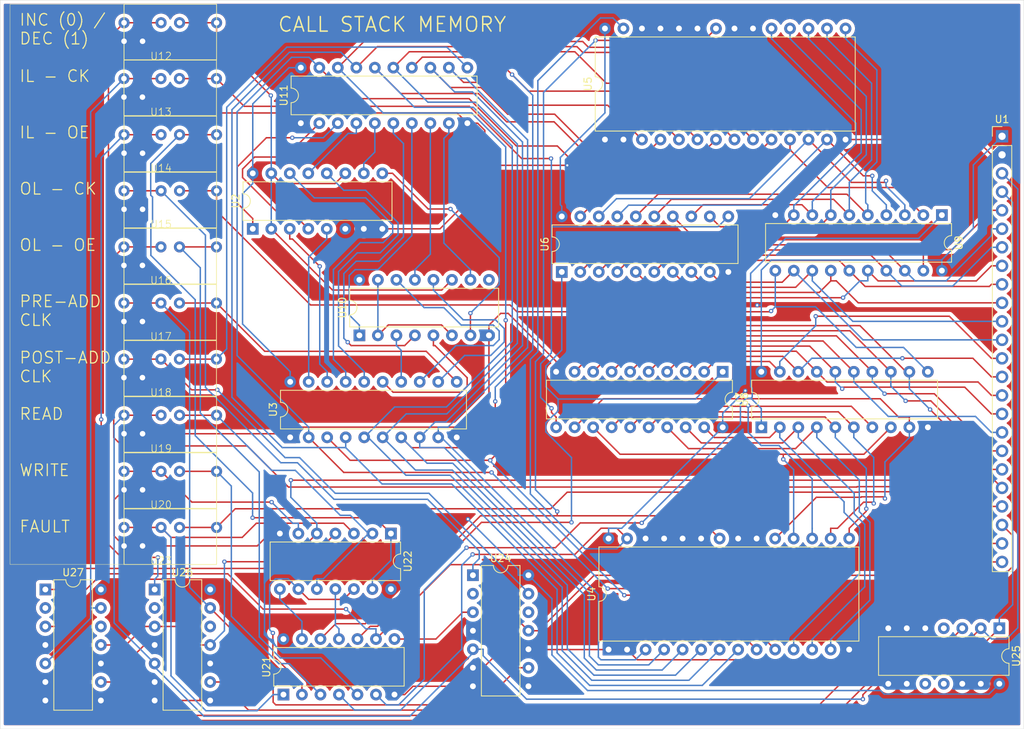
<source format=kicad_pcb>
(kicad_pcb (version 20240108) (generator "pcbnew") (generator_version "8.0")
  (layers (0 "F.Cu" signal) (31 "B.Cu" signal) (34 "B.Paste" user) (35 "F.Paste" user) (36 "B.SilkS" user "B.Silkscreen") (37 "F.SilkS" user "F.Silkscreen") (38 "B.Mask" user) (39 "F.Mask" user) (44 "Edge.Cuts" user))
  (net 0 "")
  (net 1 "Net-(U1-A4)")
  (net 2 "Net-(U1-A13)")
  (net 3 "Net-(U1-A7)")
  (net 4 "Net-(U1-A2)")
  (net 5 "Net-(U1-A11)")
  (net 6 "Net-(U1-A5)")
  (net 7 "Net-(U1-A15)")
  (net 8 "Net-(U1-A0)")
  (net 9 "Net-(U1-B_CLK)")
  (net 10 "Net-(U1-A14)")
  (net 11 "Net-(U1-A6)")
  (net 12 "Net-(U1-OE)")
  (net 13 "Net-(U1-Pop)")
  (net 14 "Net-(U1-A9)")
  (net 15 "Net-(U1-V+)")
  (net 16 "Net-(U1-Push)")
  (net 17 "Net-(U1-A1)")
  (net 18 "Net-(U1-A12)")
  (net 19 "Net-(U1-FAULT)")
  (net 20 "Net-(U1-GND)")
  (net 21 "Net-(U1-A_CLK)")
  (net 22 "Net-(U1-A10)")
  (net 23 "Net-(U1-A8)")
  (net 24 "Net-(U1-A3)")
  (net 25 "Net-(U2-A2)")
  (net 26 "Net-(U11-D3)")
  (net 27 "Net-(U10-B0)")
  (net 28 "Net-(U2-A3)")
  (net 29 "Net-(U2-A1)")
  (net 30 "Net-(U10-C_IN)")
  (net 31 "Net-(U11-D2)")
  (net 32 "Net-(U11-D1)")
  (net 33 "Net-(U11-D0)")
  (net 34 "Net-(U2-A0)")
  (net 35 "Net-(U11-Q1)")
  (net 36 "Net-(U11-Q3)")
  (net 37 "Net-(U10-A1)")
  (net 38 "Net-(U11-Q4)")
  (net 39 "Net-(U11-Q7)")
  (net 40 "Net-(U11-Q2)")
  (net 41 "Net-(U10-A3)")
  (net 42 "Net-(U10-A0)")
  (net 43 "Net-(U17-OUT)")
  (net 44 "Net-(U11-Q6)")
  (net 45 "Net-(U10-A2)")
  (net 46 "Net-(U11-Q5)")
  (net 47 "Net-(U11-Q0)")
  (net 48 "Net-(U4-D2)")
  (net 49 "Net-(U4-D5)")
  (net 50 "Net-(U21-O5)")
  (net 51 "Net-(U4-D0)")
  (net 52 "Net-(U4-D4)")
  (net 53 "Net-(U4-D1)")
  (net 54 "Net-(U4-D6)")
  (net 55 "Net-(U4-D7)")
  (net 56 "Net-(U21-O1)")
  (net 57 "Net-(U4-D3)")
  (net 58 "Net-(U5-D2)")
  (net 59 "Net-(U5-D0)")
  (net 60 "Net-(U5-D5)")
  (net 61 "Net-(U5-D1)")
  (net 62 "Net-(U5-D3)")
  (net 63 "Net-(U5-D7)")
  (net 64 "Net-(U5-D4)")
  (net 65 "Net-(U5-D6)")
  (net 66 "Net-(U13-OUT)")
  (net 67 "Net-(U21-O4)")
  (net 68 "Net-(U15-OUT)")
  (net 69 "Net-(U21-O2)")
  (net 70 "Net-(U10-Σ1)")
  (net 72 "Net-(U10-Σ0)")
  (net 73 "Net-(U10-Σ2)")
  (net 74 "Net-(U10-Σ3)")
  (net 75 "Net-(U11-CLK)")
  (net 76 "Net-(U12-IN)")
  (net 77 "Net-(U13-IN)")
  (net 78 "Net-(U14-OUT)")
  (net 79 "Net-(U14-IN)")
  (net 80 "Net-(U15-IN)")
  (net 81 "Net-(U16-OUT)")
  (net 82 "Net-(U17-IN)")
  (net 83 "Net-(U18-IN)")
  (net 84 "Net-(U19-OUT)")
  (net 85 "Net-(U20-OUT)")
  (net 86 "Net-(U20-IN)")
  (net 87 "Net-(U21-03)")
  (net 88 "Net-(U21-I4)")
  (net 89 "Net-(U21-I0)")
  (net 90 "Net-(U21-O0)")
  (net 91 "Net-(U21-I5)")
  (net 96 "Net-(U25-Q0)")
  (footprint "Package_DIP:DIP-16_W7.62mm" (layer "F.Cu") (at 187.3 89.5 90)
    (property "Reference" "U10")
    (property "Value" "~")
  )
  (footprint "custom_footprint_library:jumper" (layer "F.Cu") (at 160.08 74.7425)
    (property "Reference" "U15")
    (property "Value" "~")
  )
  (footprint "custom_footprint_library:jumper" (layer "F.Cu") (at 160.063 97.8425)
    (property "Reference" "U18")
    (property "Value" "~")
  )
  (footprint "custom_footprint_library:jumper" (layer "F.Cu") (at 160.08 67.0425)
    (property "Reference" "U14")
    (property "Value" "~")
  )
  (footprint "Package_DIP:DIP-20_W7.62mm" (layer "F.Cu") (at 242.46 102.12 90)
    (property "Reference" "U8")
    (property "Value" "~")
  )
  (footprint "custom_footprint_library:jumper" (layer "F.Cu") (at 160.063 82.4425)
    (property "Reference" "U16")
    (property "Value" "~")
  )
  (footprint "Package_DIP:DIP-20_W7.62mm" (layer "F.Cu") (at 177.8 103.5 90)
    (property "Reference" "U3")
    (property "Value" "~")
  )
  (footprint "Package_DIP:DIP-28_W15.24mm" (layer "F.Cu") (at 221 62.625 90)
    (property "Reference" "U5")
    (property "Value" "~")
  )
  (footprint "Package_DIP:DIP-14_W7.62mm" (layer "F.Cu") (at 159.2 124.375)
    (property "Reference" "U26")
    (property "Value" "~")
  )
  (footprint "Connector_PinHeader_2.54mm:PinHeader_1x24_P2.54mm_Vertical" (layer "F.Cu") (at 275.5 62.18)
    (property "Reference" "U1")
    (property "Value" "~")
  )
  (footprint "Package_DIP:DIP-14_W7.62mm" (layer "F.Cu") (at 275.125 129.7 -90)
    (property "Reference" "U25")
    (property "Value" "~")
  )
  (footprint "custom_footprint_library:jumper" (layer "F.Cu") (at 160.08 120.9425)
    (property "Reference" "U23")
    (property "Value" "~")
  )
  (footprint "custom_footprint_library:jumper" (layer "F.Cu") (at 160.08 113.2425)
    (property "Reference" "U20")
    (property "Value" "~")
  )
  (footprint "Package_DIP:DIP-16_W7.62mm" (layer "F.Cu") (at 172.665 74.88 90)
    (property "Reference" "U2")
    (property "Value" "~")
  )
  (footprint "Package_DIP:DIP-20_W7.62mm" (layer "F.Cu") (at 215.075 80.8 90)
    (property "Reference" "U6")
    (property "Value" "~")
  )
  (footprint "Package_DIP:DIP-14_W7.62mm" (layer "F.Cu") (at 144.2 124.375)
    (property "Reference" "U27")
    (property "Value" "~")
  )
  (footprint "custom_footprint_library:jumper" (layer "F.Cu") (at 160.063 59.3425)
    (property "Reference" "U13")
    (property "Value" "~")
  )
  (footprint "Package_DIP:DIP-14_W7.62mm" (layer "F.Cu") (at 191.625 116.7 -90)
    (property "Reference" "U22")
    (property "Value" "~")
  )
  (footprint "Package_DIP:DIP-14_W7.62mm" (layer "F.Cu") (at 202.88 122.42)
    (property "Reference" "U24")
    (property "Value" "~")
  )
  (footprint "Package_DIP:DIP-20_W7.62mm" (layer "F.Cu") (at 237.16 94.5 -90)
    (property "Reference" "U7")
    (property "Value" "~")
  )
  (footprint "Package_DIP:DIP-14_W7.62mm" (layer "F.Cu") (at 176.875 138.8 90)
    (property "Reference" "U21")
    (property "Value" "~")
  )
  (footprint "custom_footprint_library:jumper" (layer "F.Cu") (at 160.08 51.6775)
    (property "Reference" "U12")
    (property "Value" "~")
  )
  (footprint "custom_footprint_library:jumper" (layer "F.Cu") (at 160.08 105.5425)
    (property "Reference" "U19")
    (property "Value" "~")
  )
  (footprint "Package_DIP:DIP-20_W7.62mm" (layer "F.Cu") (at 267.24 73 -90)
    (property "Reference" "U9")
    (property "Value" "~")
  )
  (footprint "Package_DIP:DIP-28_W15.24mm" (layer "F.Cu") (at 221.5 132.625 90)
    (property "Reference" "U4")
    (property "Value" "~")
  )
  (footprint "custom_footprint_library:jumper" (layer "F.Cu") (at 160.063 90.1425)
    (property "Reference" "U17")
    (property "Value" "~")
  )
  (footprint "Package_DIP:DIP-20_W7.62mm" (layer "F.Cu") (at 179.26 60.38 90)
    (property "Reference" "U11")
    (property "Value" "~")
  )
  (gr_rect (start 138 43.5) (end 278.5 143.5) (stroke (width 0.05)) (fill none) (layer "Edge.Cuts"))
  (gr_text "CALL STACK MEMORY" (at 176 48 0) (layer "F.SilkS") (effects (font (size 2 2) (thickness 0.2)) (justify left bottom)))
  (gr_text_box "INC (0) /\nDEC (1)\n\nIL - CK\n\n\nIL - OE\n\n\nOL - CK\n\n\nOL - OE\n\n\nPRE-ADD\nCLK\n\nPOST-ADD\nCLK\n\nREAD\n\n\nWRITE\n\n\nFAULT\n" (start 139.35 44.0575) (end 155 120.9425) (layer "F.SilkS") (effects (font (size 1.6 1.6) (thickness 0.16)) (justify left top)) (border yes) (stroke (width 0.05)))
  (segment (start 256.7099 82.7899) (end 254.54 80.62) (width 0.2) (layer "F.Cu") (net 1))
  (segment (start 229.3676 79.2074) (end 253.1274 79.2074) (width 0.2) (layer "F.Cu") (net 1))
  (segment (start 253.1274 79.2074) (end 254.54 80.62) (width 0.2) (layer "F.Cu") (net 1))
  (segment (start 273.7584 82.7899) (end 256.7099 82.7899) (width 0.2) (layer "F.Cu") (net 1))
  (segment (start 275.5 82.5) (end 274.0483 82.5) (width 0.2) (layer "F.Cu") (net 1))
  (segment (start 227.775 80.8) (end 229.3676 79.2074) (width 0.2) (layer "F.Cu") (net 1))
  (segment (start 274.0483 82.5) (end 273.7584 82.7899) (width 0.2) (layer "F.Cu") (net 1))
  (segment (start 252.7719 89.5719) (end 257.7 94.5) (width 0.2) (layer "F.Cu") (net 2))
  (segment (start 221.92 94.5) (end 226.8481 89.5719) (width 0.2) (layer "F.Cu") (net 2))
  (segment (start 266.2009 97.5126) (end 259.3776 97.5126) (width 0.2) (layer "F.Cu") (net 2))
  (segment (start 274.0483 105.36) (end 266.2009 97.5126) (width 0.2) (layer "F.Cu") (net 2))
  (segment (start 275.5 105.36) (end 274.0483 105.36) (width 0.2) (layer "F.Cu") (net 2))
  (segment (start 226.8481 89.5719) (end 252.7719 89.5719) (width 0.2) (layer "F.Cu") (net 2))
  (via (at 259.3776 97.5126) (size 0.6) (drill 0.3) (layers "F.Cu" "B.Cu") (net 2))
  (segment (start 257.7667 95.9017) (end 259.3776 97.5126) (width 0.2) (layer "B.Cu") (net 2))
  (segment (start 257.7 95.9017) (end 257.7667 95.9017) (width 0.2) (layer "B.Cu") (net 2))
  (segment (start 257.7 94.5) (end 257.7 95.9017) (width 0.2) (layer "B.Cu") (net 2))
  (segment (start 245.3362 82.2038) (end 236.7988 82.2038) (width 0.2) (layer "F.Cu") (net 3))
  (segment (start 236.7988 82.2038) (end 235.395 80.8) (width 0.2) (layer "F.Cu") (net 3))
  (segment (start 246.92 80.62) (end 245.3362 82.2038) (width 0.2) (layer "F.Cu") (net 3))
  (segment (start 256.42 90.12) (end 275.5 90.12) (width 0.2) (layer "B.Cu") (net 3))
  (segment (start 246.92 80.62) (end 256.42 90.12) (width 0.2) (layer "B.Cu") (net 3))
  (segment (start 257.496 78.496) (end 259.62 80.62) (width 0.2) (layer "F.Cu") (net 4))
  (segment (start 224.999 78.496) (end 257.496 78.496) (width 0.2) (layer "F.Cu") (net 4))
  (segment (start 222.695 80.8) (end 224.999 78.496) (width 0.2) (layer "F.Cu") (net 4))
  (segment (start 275.5 77.42) (end 274.0483 77.42) (width 0.2) (layer "B.Cu") (net 4))
  (segment (start 274.0483 77.42) (end 268.7344 82.7339) (width 0.2) (layer "B.Cu") (net 4))
  (segment (start 261.7339 82.7339) (end 259.62 80.62) (width 0.2) (layer "B.Cu") (net 4))
  (segment (start 268.7344 82.7339) (end 261.7339 82.7339) (width 0.2) (layer "B.Cu") (net 4))
  (segment (start 274.0483 100.28) (end 270.3792 96.6109) (width 0.2) (layer "F.Cu") (net 5))
  (segment (start 227 94.5) (end 230.5237 90.9763) (width 0.2) (layer "F.Cu") (net 5))
  (segment (start 230.5237 90.9763) (end 249.0963 90.9763) (width 0.2) (layer "F.Cu") (net 5))
  (segment (start 253.7788 96.6109) (end 253.558 96.8317) (width 0.2) (layer "F.Cu") (net 5))
  (segment (start 270.3792 96.6109) (end 253.7788 96.6109) (width 0.2) (layer "F.Cu") (net 5))
  (segment (start 249.0963 90.9763) (end 252.62 94.5) (width 0.2) (layer "F.Cu") (net 5))
  (segment (start 275.5 100.28) (end 274.0483 100.28) (width 0.2) (layer "F.Cu") (net 5))
  (via (at 253.558 96.8317) (size 0.6) (drill 0.3) (layers "F.Cu" "B.Cu") (net 5))
  (segment (start 252.62 95.9017) (end 252.628 95.9017) (width 0.2) (layer "B.Cu") (net 5))
  (segment (start 252.628 95.9017) (end 253.558 96.8317) (width 0.2) (layer "B.Cu") (net 5))
  (segment (start 252.62 94.5) (end 252.62 95.9017) (width 0.2) (layer "B.Cu") (net 5))
  (segment (start 252.7504 82.0218) (end 252 82.0218) (width 0.2) (layer "F.Cu") (net 6))
  (segment (start 233.1252 83.6102) (end 230.315 80.8) (width 0.2) (layer "F.Cu") (net 6))
  (segment (start 250.4115 83.6102) (end 233.1252 83.6102) (width 0.2) (layer "F.Cu") (net 6))
  (segment (start 252 82.0217) (end 250.4115 83.6102) (width 0.2) (layer "F.Cu") (net 6))
  (segment (start 252 82.0218) (end 252 82.0217) (width 0.2) (layer "F.Cu") (net 6))
  (segment (start 252 80.62) (end 252 82.0217) (width 0.2) (layer "F.Cu") (net 6))
  (segment (start 275.5 85.04) (end 255.7686 85.04) (width 0.2) (layer "F.Cu") (net 6))
  (segment (start 255.7686 85.04) (end 252.7504 82.0218) (width 0.2) (layer "F.Cu") (net 6))
  (segment (start 272.8038 107.7438) (end 275.5 110.44) (width 0.2) (layer "F.Cu") (net 7))
  (segment (start 272.8038 106.861) (end 272.8038 107.7438) (width 0.2) (layer "F.Cu") (net 7))
  (segment (start 265.6219 99.6791) (end 272.8038 106.861) (width 0.2) (layer "F.Cu") (net 7))
  (segment (start 256.0012 88.1667) (end 262.3345 94.5) (width 0.2) (layer "F.Cu") (net 7))
  (segment (start 216.84 94.5) (end 223.1733 88.1667) (width 0.2) (layer "F.Cu") (net 7))
  (segment (start 223.1733 88.1667) (end 256.0012 88.1667) (width 0.2) (layer "F.Cu") (net 7))
  (segment (start 262.3345 94.5) (end 262.78 94.5) (width 0.2) (layer "F.Cu") (net 7))
  (via (at 265.6219 99.6791) (size 0.6) (drill 0.3) (layers "F.Cu" "B.Cu") (net 7))
  (segment (start 262.78 96.8372) (end 265.6219 99.6791) (width 0.2) (layer "B.Cu") (net 7))
  (segment (start 262.78 94.5) (end 262.78 96.8372) (width 0.2) (layer "B.Cu") (net 7))
  (segment (start 264.0486 77.0762) (end 221.3388 77.0762) (width 0.2) (layer "F.Cu") (net 8))
  (segment (start 264.7 77.7276) (end 268.6607 77.7276) (width 0.2) (layer "F.Cu") (net 8))
  (segment (start 221.3388 77.0762) (end 217.615 80.8) (width 0.2) (layer "F.Cu") (net 8))
  (segment (start 264.7 80.62) (end 264.7 79.2183) (width 0.2) (layer "F.Cu") (net 8))
  (segment (start 268.6607 77.7276) (end 274.0483 72.34) (width 0.2) (layer "F.Cu") (net 8))
  (segment (start 264.7 79.2183) (end 264.7 77.7276) (width 0.2) (layer "F.Cu") (net 8))
  (segment (start 275.5 72.34) (end 274.0483 72.34) (width 0.2) (layer "F.Cu") (net 8))
  (segment (start 264.7 77.7276) (end 264.0486 77.0762) (width 0.2) (layer "F.Cu") (net 8))
  (segment (start 275.5 115.52) (end 276.9573 116.9773) (width 0.2) (layer "F.Cu") (net 9))
  (segment (start 276.9573 116.9773) (end 276.9573 121.2323) (width 0.2) (layer "F.Cu") (net 9))
  (segment (start 276.9573 121.2323) (end 275.7542 122.4354) (width 0.2) (layer "F.Cu") (net 9))
  (segment (start 144.2 129.455) (end 145.6017 129.455) (width 0.2) (layer "F.Cu") (net 9))
  (segment (start 151.9376 122.2305) (end 169.2418 122.2305) (width 0.2) (layer "F.Cu") (net 9))
  (segment (start 199.7887 120.9663) (end 203.9295 120.9663) (width 0.2) (layer "F.Cu") (net 9))
  (segment (start 169.2418 122.2305) (end 174.0802 127.0689) (width 0.2) (layer "F.Cu") (net 9))
  (segment (start 203.9295 120.9663) (end 206.69 123.7268) (width 0.2) (layer "F.Cu") (net 9))
  (segment (start 206.69 126.23) (end 210.5 130.04) (width 0.2) (layer "F.Cu") (net 9))
  (segment (start 219.5063 122.4354) (end 211.9017 130.04) (width 0.2) (layer "F.Cu") (net 9))
  (segment (start 275.7542 122.4354) (end 219.5063 122.4354) (width 0.2) (layer "F.Cu") (net 9))
  (segment (start 174.0802 127.0689) (end 185.4639 127.0689) (width 0.2) (layer "F.Cu") (net 9))
  (segment (start 206.69 123.7268) (end 206.69 126.23) (width 0.2) (layer "F.Cu") (net 9))
  (segment (start 145.6017 128.5664) (end 151.9376 122.2305) (width 0.2) (layer "F.Cu") (net 9))
  (segment (start 145.6017 129.455) (end 145.6017 128.5664) (width 0.2) (layer "F.Cu") (net 9))
  (segment (start 210.5 130.04) (end 211.9017 130.04) (width 0.2) (layer "F.Cu") (net 9))
  (segment (start 189.575 131.18) (end 199.7887 120.9663) (width 0.2) (layer "F.Cu") (net 9))
  (via (at 185.4639 127.0689) (size 0.6) (drill 0.3) (layers "F.Cu" "B.Cu") (net 9))
  (segment (start 189.575 131.18) (end 189.575 129.7783) (width 0.2) (layer "B.Cu") (net 9))
  (segment (start 188.1733 129.7783) (end 185.4639 127.0689) (width 0.2) (layer "B.Cu") (net 9))
  (segment (start 189.575 129.7783) (end 188.1733 129.7783) (width 0.2) (layer "B.Cu") (net 9))
  (segment (start 219.38 94.5) (end 225.0115 88.8685) (width 0.2) (layer "F.Cu") (net 10))
  (segment (start 254.6085 88.8685) (end 260.24 94.5) (width 0.2) (layer "F.Cu") (net 10))
  (segment (start 225.0115 88.8685) (end 254.6085 88.8685) (width 0.2) (layer "F.Cu") (net 10))
  (segment (start 275.5 107.9) (end 274.0483 107.9) (width 0.2) (layer "F.Cu") (net 10))
  (segment (start 274.0483 107.9) (end 274.0483 106.8112) (width 0.2) (layer "F.Cu") (net 10))
  (segment (start 274.0483 106.8112) (end 265.7318 98.4947) (width 0.2) (layer "F.Cu") (net 10))
  (segment (start 265.7318 98.4947) (end 262.2682 98.4947) (width 0.2) (layer "F.Cu") (net 10))
  (via (at 262.2682 98.4947) (size 0.6) (drill 0.3) (layers "F.Cu" "B.Cu") (net 10))
  (segment (start 260.24 96.4665) (end 262.2682 98.4947) (width 0.2) (layer "B.Cu") (net 10))
  (segment (start 260.24 94.5) (end 260.24 96.4665) (width 0.2) (layer "B.Cu") (net 10))
  (segment (start 249.46 80.62) (end 247.1723 82.9077) (width 0.2) (layer "F.Cu") (net 11))
  (segment (start 234.9627 82.9077) (end 232.855 80.8) (width 0.2) (layer "F.Cu") (net 11))
  (segment (start 247.1723 82.9077) (end 234.9627 82.9077) (width 0.2) (layer "F.Cu") (net 11))
  (segment (start 255.0183 87.58) (end 275.5 87.58) (width 0.2) (layer "B.Cu") (net 11))
  (segment (start 249.46 82.0217) (end 255.0183 87.58) (width 0.2) (layer "B.Cu") (net 11))
  (segment (start 249.46 80.62) (end 249.46 82.0217) (width 0.2) (layer "B.Cu") (net 11))
  (segment (start 275.5 118.06) (end 274.0483 118.06) (width 0.2) (layer "F.Cu") (net 12))
  (segment (start 177.5586 110.3204) (end 171.9154 104.6772) (width 0.2) (layer "F.Cu") (net 12))
  (segment (start 160.063 77.3625) (end 154.983 77.3625) (width 0.2) (layer "F.Cu") (net 12))
  (segment (start 154.7397 104.6772) (end 153.5844 103.5219) (width 0.2) (layer "F.Cu") (net 12))
  (segment (start 171.9154 104.6772) (end 154.7397 104.6772) (width 0.2) (layer "F.Cu") (net 12))
  (segment (start 274.0483 118.06) (end 266.2501 110.2618) (width 0.2) (layer "F.Cu") (net 12))
  (segment (start 266.2501 110.2618) (end 255.6255 110.2618) (width 0.2) (layer "F.Cu") (net 12))
  (segment (start 153.5844 78.7611) (end 154.983 77.3625) (width 0.2) (layer "F.Cu") (net 12))
  (segment (start 153.5844 103.5219) (end 153.5844 78.7611) (width 0.2) (layer "F.Cu") (net 12))
  (segment (start 255.5669 110.3204) (end 177.5586 110.3204) (width 0.2) (layer "F.Cu") (net 12))
  (segment (start 255.6255 110.2618) (end 255.5669 110.3204) (width 0.2) (layer "F.Cu") (net 12))
  (segment (start 275.125 129.7) (end 268.9067 135.9183) (width 0.2) (layer "F.Cu") (net 13))
  (segment (start 268.9067 135.9183) (end 259.3044 135.9183) (width 0.2) (layer "F.Cu") (net 13))
  (segment (start 160.08 100.4625) (end 155 100.4625) (width 0.2) (layer "F.Cu") (net 13))
  (segment (start 256.4026 138.8201) (end 256.4026 139.4308) (width 0.2) (layer "F.Cu") (net 13))
  (segment (start 259.3044 135.9183) (end 256.4026 138.8201) (width 0.2) (layer "F.Cu") (net 13))
  (via (at 256.4026 139.4308) (size 0.6) (drill 0.3) (layers "F.Cu" "B.Cu") (net 13))
  (segment (start 159.2 135.018) (end 165.9536 141.7716) (width 0.2) (layer "B.Cu") (net 13))
  (segment (start 203.4075 132.58) (end 204.2817 132.58) (width 0.2) (layer "B.Cu") (net 13))
  (segment (start 159.2 134.535) (end 159.2 135.018) (width 0.2) (layer "B.Cu") (net 13))
  (segment (start 275.125 129.7) (end 275.125 128.2983) (width 0.2) (layer "B.Cu") (net 13))
  (segment (start 204.2817 133.4686) (end 204.2817 132.58) (width 0.2) (layer "B.Cu") (net 13))
  (segment (start 153.6363 128.9713) (end 153.6363 101.8262) (width 0.2) (layer "B.Cu") (net 13))
  (segment (start 194.2159 141.7716) (end 203.4075 132.58) (width 0.2) (layer "B.Cu") (net 13))
  (segment (start 256.4026 139.4308) (end 210.2439 139.4308) (width 0.2) (layer "B.Cu") (net 13))
  (segment (start 202.88 132.58) (end 203.4075 132.58) (width 0.2) (layer "B.Cu") (net 13))
  (segment (start 159.2 134.535) (end 153.6363 128.9713) (width 0.2) (layer "B.Cu") (net 13))
  (segment (start 153.6363 101.8262) (end 155 100.4625) (width 0.2) (layer "B.Cu") (net 13))
  (segment (start 165.9536 141.7716) (end 194.2159 141.7716) (width 0.2) (layer "B.Cu") (net 13))
  (segment (start 275.125 128.2983) (end 276.9578 126.4655) (width 0.2) (layer "B.Cu") (net 13))
  (segment (start 276.9578 71.2578) (end 275.5 69.8) (width 0.2) (layer "B.Cu") (net 13))
  (segment (start 210.2439 139.4308) (end 204.2817 133.4686) (width 0.2) (layer "B.Cu") (net 13))
  (segment (start 276.9578 126.4655) (end 276.9578 71.2578) (width 0.2) (layer "B.Cu") (net 13))
  (segment (start 232.08 94.5) (end 234.1963 92.3837) (width 0.2) (layer "F.Cu") (net 14))
  (segment (start 275.5 95.2) (end 274.0483 95.2) (width 0.2) (layer "F.Cu") (net 14))
  (segment (start 274.0483 95.2) (end 271.4917 92.6434) (width 0.2) (layer "F.Cu") (net 14))
  (segment (start 245.4237 92.3837) (end 247.54 94.5) (width 0.2) (layer "F.Cu") (net 14))
  (segment (start 234.1963 92.3837) (end 245.4237 92.3837) (width 0.2) (layer "F.Cu") (net 14))
  (segment (start 271.4917 92.6434) (end 261.8226 92.6434) (width 0.2) (layer "F.Cu") (net 14))
  (via (at 261.8226 92.6434) (size 0.6) (drill 0.3) (layers "F.Cu" "B.Cu") (net 14))
  (segment (start 247.54 94.5) (end 249.3966 92.6434) (width 0.2) (layer "B.Cu") (net 14))
  (segment (start 249.3966 92.6434) (end 261.8226 92.6434) (width 0.2) (layer "B.Cu") (net 14))
  (segment (start 187.3 81.88) (end 187.3 80.4783) (width 0.2) (layer "F.Cu") (net 15))
  (segment (start 176.875 129.7783) (end 178.3313 128.322) (width 0.2) (layer "F.Cu") (net 15))
  (segment (start 176.875 131.18) (end 176.875 129.7783) (width 0.2) (layer "F.Cu") (net 15))
  (segment (start 164.0138 122.9705) (end 165.4183 124.375) (width 0.2) (layer "F.Cu") (net 15))
  (segment (start 176.875 129.7783) (end 175.8508 128.7541) (width 0.2) (layer "F.Cu") (net 15))
  (segment (start 188.4308 79.3475) (end 187.3 80.4783) (width 0.2) (layer "F.Cu") (net 15))
  (segment (start 191.625 124.32) (end 201.225 114.72) (width 0.2) (layer "F.Cu") (net 15))
  (segment (start 178.3313 128.322) (end 187.623 128.322) (width 0.2) (layer "F.Cu") (net 15))
  (segment (start 185.365 74.88) (end 180.7571 70.2721) (width 0.2) (layer "F.Cu") (net 15))
  (segment (start 166.2925 124.375) (end 166.82 124.375) (width 0.2) (layer "F.Cu") (net 15))
  (segment (start 180.7571 70.2721) (end 175.6771 70.2721) (width 0.2) (layer "F.Cu") (net 15))
  (segment (start 213.668 79.3475) (end 188.4308 79.3475) (width 0.2) (layer "F.Cu") (net 15))
  (segment (start 154.6262 122.9705) (end 164.0138 122.9705) (width 0.2) (layer "F.Cu") (net 15))
  (segment (start 213.668 79.3475) (end 213.668 75.9887) (width 0.2) (layer "F.Cu") (net 15))
  (segment (start 166.82 124.375) (end 168.2217 124.375) (width 0.2) (layer "F.Cu") (net 15))
  (segment (start 175.6771 70.2721) (end 172.665 67.26) (width 0.2) (layer "F.Cu") (net 15))
  (segment (start 217.1742 85.3599) (end 213.668 81.8537) (width 0.2) (layer "F.Cu") (net 15))
  (segment (start 215.0633 122.42) (end 220.0983 117.385) (width 0.2) (layer "F.Cu") (net 15))
  (segment (start 213.668 81.8537) (end 213.668 79.3475) (width 0.2) (layer "F.Cu") (net 15))
  (segment (start 151.82 124.375) (end 153.2217 124.375) (width 0.2) (layer "F.Cu") (net 15))
  (segment (start 166.2925 124.375) (end 165.4183 124.375) (width 0.2) (layer "F.Cu") (net 15))
  (segment (start 185.365 76.2817) (end 188.4308 79.3475) (width 0.2) (layer "F.Cu") (net 15))
  (segment (start 213.668 75.9887) (end 215.075 74.5817) (width 0.2) (layer "F.Cu") (net 15))
  (segment (start 210.5 122.42) (end 215.0633 122.42) (width 0.2) (layer "F.Cu") (net 15))
  (segment (start 153.2217 124.375) (end 154.6262 122.9705) (width 0.2) (layer "F.Cu") (net 15))
  (segment (start 172.6008 128.7541) (end 168.2217 124.375) (width 0.2) (layer "F.Cu") (net 15))
  (segment (start 241.4528 95.9017) (end 240.2637 97.0908) (width 0.2) (layer "F.Cu") (net 15))
  (segment (start 215.075 73.18) (end 215.075 74.5817) (width 0.2) (layer "F.Cu") (net 15))
  (segment (start 242.46 94.5) (end 242.46 95.9017) (width 0.2) (layer "F.Cu") (net 15))
  (segment (start 175.8508 128.7541) (end 172.6008 128.7541) (width 0.2) (layer "F.Cu") (net 15))
  (segment (start 201.225 114.72) (end 202.1932 114.72) (width 0.2) (layer "F.Cu") (net 15))
  (segment (start 242.46 95.9017) (end 241.4528 95.9017) (width 0.2) (layer "F.Cu") (net 15))
  (segment (start 221.5 117.385) (end 220.0983 117.385) (width 0.2) (layer "F.Cu") (net 15))
  (segment (start 241.8938 85.3599) (end 217.1742 85.3599) (width 0.2) (layer "F.Cu") (net 15))
  (segment (start 187.623 128.322) (end 191.625 124.32) (width 0.2) (layer "F.Cu") (net 15))
  (segment (start 185.365 74.88) (end 185.365 76.2817) (width 0.2) (layer "F.Cu") (net 15))
  (via (at 240.2637 97.0908) (size 0.6) (drill 0.3) (layers "F.Cu" "B.Cu") (net 15))
  (via (at 202.1932 114.72) (size 0.6) (drill 0.3) (layers "F.Cu" "B.Cu") (net 15))
  (via (at 241.8938 85.3599) (size 0.6) (drill 0.3) (layers "F.Cu" "B.Cu") (net 15))
  (segment (start 267.24 79.2198) (end 267.24 79.219) (width 0.2) (layer "B.Cu") (net 15))
  (segment (start 243.8334 79.1663) (end 267.1873 79.1663) (width 0.2) (layer "B.Cu") (net 15))
  (segment (start 267.1873 79.1663) (end 271.56 74.7936) (width 0.2) (layer "B.Cu") (net 15))
  (segment (start 237.16 102.12) (end 223.2967 115.9833) (width 0.2) (layer "B.Cu") (net 15))
  (segment (start 172.665 57.7324) (end 172.665 67.26) (width 0.2) (layer "B.Cu") (net 15))
  (segment (start 171.2633 87.9416) (end 177.8 94.4783) (width 0.2) (layer "B.Cu") (net 15))
  (segment (start 177.8583 52.76) (end 177.6374 52.76) (width 0.2) (layer "B.Cu") (net 15))
  (segment (start 179.26 52.76) (end 177.8583 52.76) (width 0.2) (layer "B.Cu") (net 15))
  (segment (start 177.8 95.88) (end 177.8 94.4783) (width 0.2) (layer "B.Cu") (net 15))
  (segment (start 273.711 138.734) (end 275.125 137.32) (width 0.2) (layer "B.Cu") (net 15))
  (segment (start 215.075 73.18) (end 215.075 71.7783) (width 0.2) (layer "B.Cu") (net 15))
  (segment (start 221 48.7867) (end 221 58.9682) (width 0.2) (layer "B.Cu") (net 15))
  (segment (start 214.879 65.0892) (end 214.879 71.5823) (width 0.2) (layer "B.Cu") (net 15))
  (segment (start 223.2967 115.9833) (end 221.5 115.9833) (width 0.2) (layer "B.Cu") (net 15))
  (segment (start 213.7274 133.3612) (end 218.6132 138.247) (width 0.2) (layer "B.Cu") (net 15))
  (segment (start 214.879 71.5823) (end 215.075 71.7783) (width 0.2) (layer "B.Cu") (net 15))
  (segment (start 240.2637 97.0908) (end 237.16 100.1945) (width 0.2) (layer "B.Cu") (net 15))
  (segment (start 177.6374 52.76) (end 172.665 57.7324) (width 0.2) (layer "B.Cu") (net 15))
  (segment (start 221 58.9682) (end 214.879 65.0892) (width 0.2) (layer "B.Cu") (net 15))
  (segment (start 210.5 122.42) (end 209.0983 122.42) (width 0.2) (layer "B.Cu") (net 15))
  (segment (start 172.665 68.6617) (end 171.2633 70.0634) (width 0.2) (layer "B.Cu") (net 15))
  (segment (start 213.7274 125.6474) (end 213.7274 133.3612) (width 0.2) (layer "B.Cu") (net 15))
  (segment (start 221 47.385) (end 221 48.7867) (width 0.2) (layer "B.Cu") (net 15))
  (segment (start 172.665 67.26) (end 172.665 68.6617) (width 0.2) (layer "B.Cu") (net 15))
  (segment (start 237.16 100.1945) (end 237.16 102.12) (width 0.2) (layer "B.Cu") (net 15))
  (segment (start 242.46 94.5) (end 242.46 85.3599) (width 0.2) (layer "B.Cu") (net 15))
  (segment (start 267.24 79.3941) (end 267.24 79.2198) (width 0.2) (layer "B.Cu") (net 15))
  (segment (start 271.56 66.12) (end 275.5 62.18) (width 0.2) (layer "B.Cu") (net 15))
  (segment (start 171.2633 70.0634) (end 171.2633 87.9416) (width 0.2) (layer "B.Cu") (net 15))
  (segment (start 209.0983 121.6251) (end 209.0983 122.42) (width 0.2) (layer "B.Cu") (net 15))
  (segment (start 242.46 80.5397) (end 243.8334 79.1663) (width 0.2) (layer "B.Cu") (net 15))
  (segment (start 242.46 85.3599) (end 241.8938 85.3599) (width 0.2) (layer "B.Cu") (net 15))
  (segment (start 221.5 117.385) (end 221.5 115.9833) (width 0.2) (layer "B.Cu") (net 15))
  (segment (start 242.46 85.3599) (end 242.46 80.5397) (width 0.2) (layer "B.Cu") (net 15))
  (segment (start 218.6132 138.247) (end 258.8297 138.247) (width 0.2) (layer "B.Cu") (net 15))
  (segment (start 258.8297 138.247) (end 259.3167 138.734) (width 0.2) (layer "B.Cu") (net 15))
  (segment (start 210.5 122.42) (end 213.7274 125.6474) (width 0.2) (layer "B.Cu") (net 15))
  (segment (start 271.56 74.7936) (end 271.56 66.12) (width 0.2) (layer "B.Cu") (net 15))
  (segment (start 267.1873 79.1663) (end 267.24 79.219) (width 0.2) (layer "B.Cu") (net 15))
  (segment (start 202.1932 114.72) (end 209.0983 121.6251) (width 0.2) (layer "B.Cu") (net 15))
  (segment (start 259.3167 138.734) (end 273.711 138.734) (width 0.2) (layer "B.Cu") (net 15))
  (segment (start 267.24 80.62) (end 267.24 79.3941) (width 0.2) (layer "B.Cu") (net 15))
  (segment (start 259.2222 135.0082) (end 252.5721 141.6583) (width 0.2) (layer "F.Cu") (net 16))
  (segment (start 151.82 137.075) (end 153.2217 137.075) (width 0.2) (layer "F.Cu") (net 16))
  (segment (start 267.2768 135.0082) (end 259.2222 135.0082) (width 0.2) (layer "F.Cu") (net 16))
  (segment (start 157.805 141.6583) (end 153.2217 137.075) (width 0.2) (layer "F.Cu") (net 16))
  (segment (start 252.5721 141.6583) (end 157.805 141.6583) (width 0.2) (layer "F.Cu") (net 16))
  (segment (start 272.585 129.7) (end 267.2768 135.0082) (width 0.2) (layer "F.Cu") (net 16))
  (segment (start 277.667 69.427) (end 275.5 67.26) (width 0.2) (layer "B.Cu") (net 16))
  (segment (start 272.585 129.7) (end 274.0531 131.1681) (width 0.2) (layer "B.Cu") (net 16))
  (segment (start 276.1252 131.1681) (end 277.667 129.6263) (width 0.2) (layer "B.Cu") (net 16))
  (segment (start 274.0531 131.1681) (end 276.1252 131.1681) (width 0.2) (layer "B.Cu") (net 16))
  (segment (start 277.667 129.6263) (end 277.667 69.427) (width 0.2) (layer "B.Cu") (net 16))
  (segment (start 223.1697 77.7853) (end 220.155 80.8) (width 0.2) (layer "F.Cu") (net 17))
  (segment (start 259.3253 77.7853) (end 223.1697 77.7853) (width 0.2) (layer "F.Cu") (net 17))
  (segment (start 262.16 80.62) (end 259.3253 77.7853) (width 0.2) (layer "F.Cu") (net 17))
  (segment (start 274.0483 75.8003) (end 267.8262 82.0224) (width 0.2) (layer "B.Cu") (net 17))
  (segment (start 275.5 74.88) (end 274.0483 74.88) (width 0.2) (layer "B.Cu") (net 17))
  (segment (start 267.8262 82.0224) (end 263.5624 82.0224) (width 0.2) (layer "B.Cu") (net 17))
  (segment (start 274.0483 74.88) (end 274.0483 75.8003) (width 0.2) (layer "B.Cu") (net 17))
  (segment (start 263.5624 82.0224) (end 262.16 80.62) (width 0.2) (layer "B.Cu") (net 17))
  (segment (start 228.6861 90.2739) (end 250.9339 90.2739) (width 0.2) (layer "F.Cu") (net 18))
  (segment (start 250.9339 90.2739) (end 255.16 94.5) (width 0.2) (layer "F.Cu") (net 18))
  (segment (start 224.46 94.5) (end 228.6861 90.2739) (width 0.2) (layer "F.Cu") (net 18))
  (segment (start 259.8883 100.63) (end 271.8583 100.63) (width 0.2) (layer "B.Cu") (net 18))
  (segment (start 271.8583 100.63) (end 274.0483 102.82) (width 0.2) (layer "B.Cu") (net 18))
  (segment (start 255.16 94.5) (end 255.16 95.9017) (width 0.2) (layer "B.Cu") (net 18))
  (segment (start 275.5 102.82) (end 274.0483 102.82) (width 0.2) (layer "B.Cu") (net 18))
  (segment (start 255.16 95.9017) (end 259.8883 100.63) (width 0.2) (layer "B.Cu") (net 18))
  (segment (start 275.5 120.6) (end 274.0483 120.6) (width 0.2) (layer "F.Cu") (net 19))
  (segment (start 162.62 115.8625) (end 167.7 115.8625) (width 0.2) (layer "F.Cu") (net 19))
  (segment (start 213.5449 113.3012) (end 170.2613 113.3012) (width 0.2) (layer "F.Cu") (net 19))
  (segment (start 264.4118 110.9635) (end 255.9161 110.9635) (width 0.2) (layer "F.Cu") (net 19))
  (segment (start 255.9161 110.9635) (end 255.8574 111.0222) (width 0.2) (layer "F.Cu") (net 19))
  (segment (start 274.0483 120.6) (end 264.4118 110.9635) (width 0.2) (layer "F.Cu") (net 19))
  (segment (start 170.2613 113.3012) (end 167.7 115.8625) (width 0.2) (layer "F.Cu") (net 19))
  (segment (start 215.8239 111.0222) (end 213.5449 113.3012) (width 0.2) (layer "F.Cu") (net 19))
  (segment (start 255.8574 111.0222) (end 215.8239 111.0222) (width 0.2) (layer "F.Cu") (net 19))
  (segment (start 198.3588 74.88) (end 204.5149 68.7239) (width 0.2) (layer "F.Cu") (net 20))
  (segment (start 157.523 87.6025) (end 154.983 87.6025) (width 0.2) (layer "F.Cu") (net 20))
  (segment (start 179.26 60.38) (end 179.26 58.9783) (width 0.2) (layer "F.Cu") (net 20))
  (segment (start 202.88 135.12) (end 204.2817 135.12) (width 0.2) (layer "F.Cu") (net 20))
  (segment (start 202.12 60.38) (end 203.5217 60.38) (width 0.2) (layer "F.Cu") (net 20))
  (segment (start 175.9008 103.0025) (end 157.54 103.0025) (width 0.2) (layer "F.Cu") (net 20))
  (segment (start 274.0483 64.72) (end 271.9533 62.625) (width 0.2) (layer "F.Cu") (net 20))
  (segment (start 259.885 129.7) (end 258.4833 129.7) (width 0.2) (layer "F.Cu") (net 20))
  (segment (start 210.5 132.58) (end 211.9017 132.58) (width 0.2) (layer "F.Cu") (net 20))
  (segment (start 166.82 139.615) (end 165.4183 139.615) (width 0.2) (layer "F.Cu") (net 20))
  (segment (start 166.82 134.535) (end 165.4183 134.535) (width 0.2) (layer "F.Cu") (net 20))
  (segment (start 211.9017 132.58) (end 211.9467 132.625) (width 0.2) (layer "F.Cu") (net 20))
  (segment (start 153.6352 112.0673) (end 155 110.7025) (width 0.2) (layer "F.Cu") (net 20))
  (segment (start 159.6988 58.9783) (end 179.26 58.9783) (width 0.2) (layer "F.Cu") (net 20))
  (segment (start 159.2 131.995) (end 157.7983 131.995) (width 0.2) (layer "F.Cu") (net 20))
  (segment (start 157.523 56.8025) (end 154.983 56.8025) (width 0.2) (layer "F.Cu") (net 20))
  (segment (start 223.54 62.625) (end 221 62.625) (width 0.2) (layer "F.Cu") (net 20))
  (segment (start 214.3 93.0657) (end 214.3 94.5) (width 0.2) (layer "F.Cu") (net 20))
  (segment (start 177.8 103.5) (end 176.3983 103.5) (width 0.2) (layer "F.Cu") (net 20))
  (segment (start 258.4833 130.0634) (end 255.9217 132.625) (width 0.2) (layer "F.Cu") (net 20))
  (segment (start 176.3983 103.5) (end 175.9008 103.0025) (width 0.2) (layer "F.Cu") (net 20))
  (segment (start 174.9833 116.7) (end 173.2808 118.4025) (width 0.2) (layer "F.Cu") (net 20))
  (segment (start 211.9467 132.625) (end 211.9467 137.615) (width 0.2) (layer "F.Cu") (net 20))
  (segment (start 272.585 137.32) (end 270.045 137.32) (width 0.2) (layer "F.Cu") (net 20))
  (segment (start 221.5 132.625) (end 220.0983 132.625) (width 0.2) (layer "F.Cu") (net 20))
  (segment (start 228.62 47.385) (end 231.16 47.385) (width 0.2) (layer "F.Cu") (net 20))
  (segment (start 262.425 137.32) (end 259.885 137.32) (width 0.2) (layer "F.Cu") (net 20))
  (segment (start 254.52 132.625) (end 255.9217 132.625) (width 0.2) (layer "F.Cu") (net 20))
  (segment (start 194.6567 137.66) (end 193.5167 138.8) (width 0.2) (layer "F.Cu") (net 20))
  (segment (start 165.4183 139.615) (end 165.4183 134.535) (width 0.2) (layer "F.Cu") (net 20))
  (segment (start 157.54 110.7025) (end 155 110.7025) (width 0.2) (layer "F.Cu") (net 20))
  (segment (start 206.8217 132.58) (end 204.2817 130.04) (width 0.2) (layer "F.Cu") (net 20))
  (segment (start 224.04 132.625) (end 221.5 132.625) (width 0.2) (layer "F.Cu") (net 20))
  (segment (start 204.5149 66.1674) (end 215.8302 66.1674) (width 0.2) (layer "F.Cu") (net 20))
  (segment (start 253.1179 134.0271) (end 254.52 132.625) (width 0.2) (layer "F.Cu") (net 20))
  (segment (start 211.9467 137.615) (end 211.9017 137.66) (width 0.2) (layer "F.Cu") (net 20))
  (segment (start 155.2583 134.535) (end 157.7983 137.075) (width 0.2) (layer "F.Cu") (net 20))
  (segment (start 231.16 47.385) (end 233.7 47.385) (width 0.2) (layer "F.Cu") (net 20))
  (segment (start 258.4833 129.7) (end 258.4833 130.0634) (width 0.2) (layer "F.Cu") (net 20))
  (segment (start 176.385 116.7) (end 174.9833 116.7) (width 0.2) (layer "F.Cu") (net 20))
  (segment (start 204.2817 135.12) (end 206.8217 132.58) (width 0.2) (layer "F.Cu") (net 20))
  (segment (start 235.619 118.804) (end 237.861 118.804) (width 0.2) (layer "F.Cu") (net 20))
  (segment (start 200.66 102.0983) (end 205.08 97.6783) (width 0.2) (layer "F.Cu") (net 20))
  (segment (start 153.6352 117.0377) (end 153.6352 112.0673) (width 0.2) (layer "F.Cu") (net 20))
  (segment (start 271.9533 62.625) (end 254.02 62.625) (width 0.2) (layer "F.Cu") (net 20))
  (segment (start 205.08 97.6783) (end 205.08 89.5) (width 0.2) (layer "F.Cu") (net 20))
  (segment (start 177.8 103.5) (end 179.2017 102.0983) (width 0.2) (layer "F.Cu") (net 20))
  (segment (start 210.5 137.66) (end 211.9017 137.66) (width 0.2) (layer "F.Cu") (net 20))
  (segment (start 155.2583 134.535) (end 157.7983 131.995) (width 0.2) (layer "F.Cu") (net 20))
  (segment (start 201.4783 137.66) (end 194.6567 137.66) (width 0.2) (layer "F.Cu") (net 20))
  (segment (start 157.523 79.9025) (end 154.983 79.9025) (width 0.2) (layer "F.Cu") (net 20))
  (segment (start 224.04 132.625) (end 225.4421 134.0271) (width 0.2) (layer "F.Cu") (net 20))
  (segment (start 206.8217 132.58) (end 210.5 132.58) (width 0.2) (layer "F.Cu") (net 20))
  (segment (start 211.9467 132.625) (end 220.0983 132.625) (width 0.2) (layer "F.Cu") (net 20))
  (segment (start 155 118.4025) (end 153.6352 117.0377) (width 0.2) (layer "F.Cu") (net 20))
  (segment (start 229.12 117.385) (end 231.66 117.385) (width 0.2) (layer "F.Cu") (net 20))
  (segment (start 225.4421 134.0271) (end 253.1179 134.0271) (width 0.2) (layer "F.Cu") (net 20))
  (segment (start 239.28 117.385) (end 240.4183 117.385) (width 0.2) (layer "F.Cu") (net 20))
  (segment (start 202.88 130.04) (end 204.2817 130.04) (width 0.2) (layer "F.Cu") (net 20))
  (segment (start 241.82 117.385) (end 240.4183 117.385) (width 0.2) (layer "F.Cu") (net 20))
  (segment (start 179.26 58.9783) (end 200.7183 58.9783) (width 0.2) (layer "F.Cu") (net 20))
  (segment (start 237.861 118.804) (end 239.28 117.385) (width 0.2) (layer "F.Cu") (net 20))
  (segment (start 157.523 56.8025) (end 159.6988 58.9783) (width 0.2) (layer "F.Cu") (net 20))
  (segment (start 190.445 74.88) (end 198.3588 74.88) (width 0.2) (layer "F.Cu") (net 20))
  (segment (start 204.5149 68.7239) (end 204.5149 66.1674) (width 0.2) (layer "F.Cu") (net 20))
  (segment (start 200.7183 58.9783) (end 202.12 60.38) (width 0.2) (layer "F.Cu") (net 20))
  (segment (start 234.2 117.385) (end 235.619 118.804) (width 0.2) (layer "F.Cu") (net 20))
  (segment (start 204.5149 61.3732) (end 203.5217 60.38) (width 0.2) (layer "F.Cu") (net 20))
  (segment (start 157.523 95.3025) (end 154.983 95.3025) (width 0.2) (layer "F.Cu") (net 20))
  (segment (start 207.7194 86.4851) (end 214.3 93.0657) (width 0.2) (layer "F.Cu") (net 20))
  (segment (start 262.425 129.7) (end 264.965 129.7) (width 0.2) (layer "F.Cu") (net 20))
  (segment (start 202.88 137.66) (end 201.4783 137.66) (width 0.2) (layer "F.Cu") (net 20))
  (segment (start 179.2017 102.0983) (end 200.66 102.0983) (width 0.2) (layer "F.Cu") (net 20))
  (segment (start 200.66 103.5) (end 200.66 102.0983) (width 0.2) (layer "F.Cu") (net 20))
  (segment (start 206.6932 86.4851) (end 207.7194 86.4851) (width 0.2) (layer "F.Cu") (net 20))
  (segment (start 231.66 117.385) (end 234.2 117.385) (width 0.2) (layer "F.Cu") (net 20))
  (segment (start 262.425 129.7) (end 259.885 129.7) (width 0.2) (layer "F.Cu") (net 20))
  (segment (start 159.2 137.075) (end 157.7983 137.075) (width 0.2) (layer "F.Cu") (net 20))
  (segment (start 204.5149 66.1674) (end 204.5149 61.3732) (width 0.2) (layer "F.Cu") (net 20))
  (segment (start 151.82 134.535) (end 155.2583 134.535) (width 0.2) (layer "F.Cu") (net 20))
  (segment (start 187.905 74.88) (end 190.445 74.88) (width 0.2) (layer "F.Cu") (net 20))
  (segment (start 205.08 89.5) (end 205.08 88.0983) (width 0.2) (layer "F.Cu") (net 20))
  (segment (start 165.4183 139.615) (end 159.2 139.615) (width 0.2) (layer "F.Cu") (net 20))
  (segment (start 205.08 88.0983) (end 206.6932 86.4851) (width 0.2) (layer "F.Cu") (net 20))
  (segment (start 173.2808 118.4025) (end 157.54 118.4025) (width 0.2) (layer "F.Cu") (net 20))
  (segment (start 275.5 64.72) (end 274.0483 64.72) (width 0.2) (layer "F.Cu") (net 20))
  (segment (start 192.115 138.8) (end 193.5167 138.8) (width 0.2) (layer "F.Cu") (net 20))
  (via (at 215.8302 66.1674) (size 0.6) (drill 0.3) (layers "F.Cu" "B.Cu") (net 20))
  (segment (start 157.523 49.1545) (end 155.017 49.1545) (width 0.2) (layer "B.Cu") (net 20))
  (segment (start 265.2284 131.1017) (end 264.965 131.1017) (width 0.2) (layer "B.Cu") (net 20))
  (segment (start 216.0559 66.1674) (end 215.8302 66.1674) (width 0.2) (layer "B.Cu") (net 20))
  (segment (start 265.32 102.12) (end 265.32 103.5217) (width 0.2) (layer "B.Cu") (net 20))
  (segment (start 144.2 137.075) (end 142.7823 135.6573) (width 0.2) (layer "B.Cu") (net 20))
  (segment (start 144.2 139.615) (end 145.6017 139.615) (width 0.2) (layer "B.Cu") (net 20))
  (segment (start 226.58 117.385) (end 227.7183 117.385) (width 0.2) (layer "B.Cu") (net 20))
  (segment (start 224.04 131.2233) (end 226.58 128.6833) (width 0.2) (layer "B.Cu") (net 20))
  (segment (start 155.017 49.1545) (end 155 49.1375) (width 0.2) (layer "B.Cu") (net 20))
  (segment (start 157.54 130.335) (end 159.2 131.995) (width 0.2) (layer "B.Cu") (net 20))
  (segment (start 264.965 103.8767) (end 264.965 128.2983) (width 0.2) (layer "B.Cu") (net 20))
  (segment (start 254.02 61.2233) (end 241.5834 48.7867) (width 0.2) (layer "B.Cu") (net 20))
  (segment (start 235.1454 45.9396) (end 237.3346 45.9396) (width 0.2) (layer "B.Cu") (net 20))
  (segment (start 157.523 102.9855) (end 157.54 103.0025) (width 0.2) (layer "B.Cu") (net 20))
  (segment (start 202.88 137.66) (end 202.88 135.12) (width 0.2) (layer "B.Cu") (net 20))
  (segment (start 157.54 72.2025) (end 157.5315 72.211) (width 0.2) (layer "B.Cu") (net 20))
  (segment (start 226.08 58.6833) (end 226.08 48.0858) (width 0.2) (layer "B.Cu") (net 20))
  (segment (start 255.9217 132.625) (end 259.215 135.9183) (width 0.2) (layer "B.Cu") (net 20))
  (segment (start 237.935 79.3983) (end 242.9783 74.355) (width 0.2) (layer "B.Cu") (net 20))
  (segment (start 244.38 73) (end 242.9783 73) (width 0.2) (layer "B.Cu") (net 20))
  (segment (start 157.523 87.6025) (end 157.523 79.9025) (width 0.2) (layer "B.Cu") (net 20))
  (segment (start 264.965 129.7) (end 264.965 128.2983) (width 0.2) (layer "B.Cu") (net 20))
  (segment (start 223.54 61.2233) (end 226.08 58.6833) (width 0.2) (layer "B.Cu") (net 20))
  (segment (start 264.965 129.7) (end 264.965 131.1017) (width 0.2) (layer "B.Cu") (net 20))
  (segment (start 241.5834 48.7867) (end 241.32 48.7867) (width 0.2) (layer "B.Cu") (net 20))
  (segment (start 186.1804 132.8654) (end 176.5356 132.8654) (width 0.2) (layer "B.Cu") (net 20))
  (segment (start 241.32 47.385) (end 239.9183 47.385) (width 0.2) (layer "B.Cu") (net 20))
  (segment (start 157.523 72.211) (end 155.0085 72.211) (width 0.2) (layer "B.Cu") (net 20))
  (segment (start 150.4183 138.9239) (end 150.3988 138.9044) (width 0.2) (layer "B.Cu") (net 20))
  (segment (start 237.935 80.8) (end 237.935 79.3983) (width 0.2) (layer "B.Cu") (net 20))
  (segment (start 226.58 128.6833) (end 226.58 117.385) (width 0.2) (layer "B.Cu") (net 20))
  (segment (start 157.523 64.4855) (end 157.54 64.5025) (width 0.2) (layer "B.Cu") (net 20))
  (segment (start 270.045 137.32) (end 270.045 135.9183) (width 0.2) (layer "B.Cu") (net 20))
  (segment (start 150.4183 139.615) (end 150.4183 138.9239) (width 0.2) (layer "B.Cu") (net 20))
  (segment (start 259.885 137.32) (end 259.885 135.9183) (width 0.2) (layer "B.Cu") (net 20))
  (segment (start 155.017 102.9855) (end 155 103.0025) (width 0.2) (layer "B.Cu") (net 20))
  (segment (start 254.02 62.625) (end 254.02 62.0975) (width 0.2) (layer "B.Cu") (net 20))
  (segment (start 259.215 135.9183) (end 259.885 135.9183) (width 0.2) (layer "B.Cu") (net 20))
  (segment (start 157.523 102.9855) (end 157.523 95.3025) (width 0.2) (layer "B.Cu") (net 20))
  (segment (start 254.02 62.0975) (end 254.02 61.2233) (width 0.2) (layer "B.Cu") (net 20))
  (segment (start 233.7 47.385) (end 235.1454 45.9396) (width 0.2) (layer "B.Cu") (net 20))
  (segment (start 244.38 73) (end 244.38 71.5983) (width 0.2) (layer "B.Cu") (net 20))
  (segment (start 142.7823 135.6573) (end 142.7823 133.4127) (width 0.2) (layer "B.Cu") (net 20))
  (segment (start 155.017 64.4855) (end 155 64.5025) (width 0.2) (layer "B.Cu") (net 20))
  (segment (start 238.78 47.385) (end 239.9183 47.385) (width 0.2) (layer "B.Cu") (net 20))
  (segment (start 265.32 103.5217) (end 264.965 103.8767) (width 0.2) (layer "B.Cu") (net 20))
  (segment (start 150.3988 138.9044) (end 150.3988 135.9562) (width 0.2) (layer "B.Cu") (net 20))
  (segment (start 229.12 117.385) (end 227.7183 117.385) (width 0.2) (layer "B.Cu") (net 20))
  (segment (start 174.2791 120.2076) (end 176.385 118.1017) (width 0.2) (layer "B.Cu") (net 20))
  (segment (start 159.2 139.615) (end 159.2 137.075) (width 0.2) (layer "B.Cu") (net 20))
  (segment (start 155.0085 72.211) (end 155 72.2025) (width 0.2) (layer "B.Cu") (net 20))
  (segment (start 157.54 64.5025) (end 157.54 72.2025) (width 0.2) (layer "B.Cu") (net 20))
  (segment (start 157.54 118.4025) (end 155 118.4025) (width 0.2) (layer "B.Cu") (net 20))
  (segment (start 157.523 64.4855) (end 157.523 56.8025) (width 0.2) (layer "B.Cu") (net 20))
  (segment (start 157.523 95.3025) (end 157.523 87.6025) (width 0.2) (layer "B.Cu") (net 20))
  (segment (start 174.2791 130.6089) (end 174.2791 120.2076) (width 0.2) (layer "B.Cu") (net 20))
  (segment (start 157.523 56.8025) (end 157.523 49.1545) (width 0.2) (layer "B.Cu") (net 20))
  (segment (start 176.385 116.7) (end 176.385 118.1017) (width 0.2) (layer "B.Cu") (net 20))
  (segment (start 144.2 139.615) (end 144.2 137.075) (width 0.2) (layer "B.Cu") (net 20))
  (segment (start 146.3123 138.9044) (end 145.6017 139.615) (width 0.2) (layer "B.Cu") (net 20))
  (segment (start 142.7823 133.4127) (end 144.2 131.995) (width 0.2) (layer "B.Cu") (net 20))
  (segment (start 157.523 102.9855) (end 155.017 102.9855) (width 0.2) (layer "B.Cu") (net 20))
  (segment (start 242.9783 74.355) (end 242.9783 73) (width 0.2) (layer "B.Cu") (net 20))
  (segment (start 219.5983 62.625) (end 216.0559 66.1674) (width 0.2) (layer "B.Cu") (net 20))
  (segment (start 151.82 139.615) (end 150.4183 139.615) (width 0.2) (layer "B.Cu") (net 20))
  (segment (start 241.32 47.385) (end 241.32 48.7867) (width 0.2) (layer "B.Cu") (net 20))
  (segment (start 157.54 103.0025) (end 157.54 110.7025) (width 0.2) (layer "B.Cu") (net 20))
  (segment (start 270.045 135.9183) (end 265.2284 131.1017) (width 0.2) (layer "B.Cu") (net 20))
  (segment (start 192.115 138.8) (end 186.1804 132.8654) (width 0.2) (layer "B.Cu") (net 20))
  (segment (start 157.523 72.211) (end 157.523 79.9025) (width 0.2) (layer "B.Cu") (net 20))
  (segment (start 237.3346 45.9396) (end 238.78 47.385) (width 0.2) (layer "B.Cu") (net 20))
  (segment (start 157.523 49.1545) (end 157.54 49.1375) (width 0.2) (layer "B.Cu") (net 20))
  (segment (start 223.54 62.625) (end 223.54 61.2233) (width 0.2) (layer "B.Cu") (net 20))
  (segment (start 226.5175 48.0858) (end 227.2183 47.385) (width 0.2) (layer "B.Cu") (net 20))
  (segment (start 228.62 47.385) (end 227.2183 47.385) (width 0.2) (layer "B.Cu") (net 20))
  (segment (start 150.3988 138.9044) (end 146.3123 138.9044) (width 0.2) (layer "B.Cu") (net 20))
  (segment (start 244.38 71.5983) (end 244.5192 71.5983) (width 0.2) (layer "B.Cu") (net 20))
  (segment (start 224.04 132.625) (end 224.04 131.2233) (width 0.2) (layer "B.Cu") (net 20))
  (segment (start 157.54 118.4025) (end 157.54 130.335) (width 0.2) (layer "B.Cu") (net 20))
  (segment (start 157.523 64.4855) (end 155.017 64.4855) (width 0.2) (layer "B.Cu") (net 20))
  (segment (start 157.5315 72.211) (end 157.523 72.211) (width 0.2) (layer "B.Cu") (net 20))
  (segment (start 254.52 132.625) (end 255.9217 132.625) (width 0.2) (layer "B.Cu") (net 20))
  (segment (start 226.08 47.385) (end 226.08 48.0858) (width 0.2) (layer "B.Cu") (net 20))
  (segment (start 176.5356 132.8654) (end 174.2791 130.6089) (width 0.2) (layer "B.Cu") (net 20))
  (segment (start 226.08 48.0858) (end 226.5175 48.0858) (width 0.2) (layer "B.Cu") (net 20))
  (segment (start 150.3988 135.9562) (end 151.82 134.535) (width 0.2) (layer "B.Cu") (net 20))
  (segment (start 221 62.625) (end 219.5983 62.625) (width 0.2) (layer "B.Cu") (net 20))
  (segment (start 244.5192 71.5983) (end 254.02 62.0975) (width 0.2) (layer "B.Cu") (net 20))
  (segment (start 162.8783 129.455) (end 159.2 129.455) (width 0.2) (layer "F.Cu") (net 21))
  (segment (start 177.5975 120.5675) (end 168.776 120.5675) (width 0.2) (layer "F.Cu") (net 21))
  (segment (start 165.4183 131.995) (end 162.8783 129.455) (width 0.2) (layer "F.Cu") (net 21))
  (segment (start 159.2 129.455) (end 157.7983 129.455) (width 0.2) (layer "F.Cu") (net 21))
  (segment (start 151.82 131.995) (end 155.2583 131.995) (width 0.2) (layer "F.Cu") (net 21))
  (segment (start 177.8905 109.3772) (end 270.4455 109.3772) (width 0.2) (layer "F.Cu") (net 21))
  (segment (start 155.2583 131.995) (end 157.7983 129.455) (width 0.2) (layer "F.Cu") (net 21))
  (segment (start 275.5 112.98) (end 274.0483 112.98) (width 0.2) (layer "F.Cu") (net 21))
  (segment (start 270.4455 109.3772) (end 274.0483 112.98) (width 0.2) (layer "F.Cu") (net 21))
  (segment (start 181.465 116.7) (end 177.5975 120.5675) (width 0.2) (layer "F.Cu") (net 21))
  (segment (start 166.82 131.995) (end 165.4183 131.995) (width 0.2) (layer "F.Cu") (net 21))
  (via (at 177.8905 109.3772) (size 0.6) (drill 0.3) (layers "F.Cu" "B.Cu") (net 21))
  (via (at 168.776 120.5675) (size 0.6) (drill 0.3) (layers "F.Cu" "B.Cu") (net 21))
  (segment (start 177.8905 111.7238) (end 177.8905 109.3772) (width 0.2) (layer "B.Cu") (net 21))
  (segment (start 181.465 115.2983) (end 177.8905 111.7238) (width 0.2) (layer "B.Cu") (net 21))
  (segment (start 168.776 130.039) (end 168.776 120.5675) (width 0.2) (layer "B.Cu") (net 21))
  (segment (start 181.465 116.7) (end 181.465 115.2983) (width 0.2) (layer "B.Cu") (net 21))
  (segment (start 166.82 131.995) (end 168.776 130.039) (width 0.2) (layer "B.Cu") (net 21))
  (segment (start 247.2593 91.6793) (end 250.08 94.5) (width 0.2) (layer "F.Cu") (net 22))
  (segment (start 229.54 94.5) (end 232.3607 91.6793) (width 0.2) (layer "F.Cu") (net 22))
  (segment (start 274.0483 97.74) (end 272.2113 95.903) (width 0.2) (layer "F.Cu") (net 22))
  (segment (start 275.5 97.74) (end 274.0483 97.74) (width 0.2) (layer "F.Cu") (net 22))
  (segment (start 251.483 95.903) (end 250.08 94.5) (width 0.2) (layer "F.Cu") (net 22))
  (segment (start 232.3607 91.6793) (end 247.2593 91.6793) (width 0.2) (layer "F.Cu") (net 22))
  (segment (start 272.2113 95.903) (end 251.483 95.903) (width 0.2) (layer "F.Cu") (net 22))
  (segment (start 249.9305 86.8774) (end 268.2657 86.8774) (width 0.2) (layer "F.Cu") (net 23))
  (segment (start 243.5907 93.0907) (end 245 94.5) (width 0.2) (layer "F.Cu") (net 23))
  (segment (start 268.2657 86.8774) (end 274.0483 92.66) (width 0.2) (layer "F.Cu") (net 23))
  (segment (start 236.0293 93.0907) (end 243.5907 93.0907) (width 0.2) (layer "F.Cu") (net 23))
  (segment (start 275.5 92.66) (end 274.0483 92.66) (width 0.2) (layer "F.Cu") (net 23))
  (segment (start 234.62 94.5) (end 236.0293 93.0907) (width 0.2) (layer "F.Cu") (net 23))
  (via (at 249.9305 86.8774) (size 0.6) (drill 0.3) (layers "F.Cu" "B.Cu") (net 23))
  (segment (start 245 93.0983) (end 249.9305 88.1678) (width 0.2) (layer "B.Cu") (net 23))
  (segment (start 249.9305 88.1678) (end 249.9305 86.8774) (width 0.2) (layer "B.Cu") (net 23))
  (segment (start 245 94.5) (end 245 93.0983) (width 0.2) (layer "B.Cu") (net 23))
  (segment (start 228.7662 84.3312) (end 253.682 84.3312) (width 0.2) (layer "F.Cu") (net 24))
  (segment (start 257.08 80.62) (end 258.49 82.03) (width 0.2) (layer "F.Cu") (net 24))
  (segment (start 275.5 79.96) (end 274.0483 79.96) (width 0.2) (layer "F.Cu") (net 24))
  (segment (start 225.235 80.8) (end 228.7662 84.3312) (width 0.2) (layer "F.Cu") (net 24))
  (segment (start 258.49 82.03) (end 271.9783 82.03) (width 0.2) (layer "F.Cu") (net 24))
  (segment (start 271.9783 82.03) (end 274.0483 79.96) (width 0.2) (layer "F.Cu") (net 24))
  (via (at 253.682 84.3312) (size 0.6) (drill 0.3) (layers "F.Cu" "B.Cu") (net 24))
  (segment (start 255.9915 82.0217) (end 253.682 84.3312) (width 0.2) (layer "B.Cu") (net 24))
  (segment (start 257.08 82.0217) (end 255.9915 82.0217) (width 0.2) (layer "B.Cu") (net 24))
  (segment (start 257.08 80.62) (end 257.08 82.0217) (width 0.2) (layer "B.Cu") (net 24))
  (segment (start 187.4218 76.7739) (end 183.7361 80.4596) (width 0.2) (layer "B.Cu") (net 25))
  (segment (start 183.7361 80.4596) (end 183.7361 92.7944) (width 0.2) (layer "B.Cu") (net 25))
  (segment (start 185.42 95.88) (end 185.42 94.4783) (width 0.2) (layer "B.Cu") (net 25))
  (segment (start 181.1168 70.6318) (end 188.1793 70.6318) (width 0.2) (layer "B.Cu") (net 25))
  (segment (start 177.745 67.26) (end 181.1168 70.6318) (width 0.2) (layer "B.Cu") (net 25))
  (segment (start 191.8707 75.4628) (end 190.5596 76.7739) (width 0.2) (layer "B.Cu") (net 25))
  (segment (start 183.7361 92.7944) (end 185.42 94.4783) (width 0.2) (layer "B.Cu") (net 25))
  (segment (start 188.1793 70.6318) (end 191.8707 74.3232) (width 0.2) (layer "B.Cu") (net 25))
  (segment (start 191.8707 74.3232) (end 191.8707 75.4628) (width 0.2) (layer "B.Cu") (net 25))
  (segment (start 190.5596 76.7739) (end 187.4218 76.7739) (width 0.2) (layer "B.Cu") (net 25))
  (segment (start 187.905 67.26) (end 187.905 65.8583) (width 0.2) (layer "B.Cu") (net 26))
  (segment (start 189.42 60.38) (end 189.42 64.3433) (width 0.2) (layer "B.Cu") (net 26))
  (segment (start 189.42 64.3433) (end 187.905 65.8583) (width 0.2) (layer "B.Cu") (net 26))
  (segment (start 191.2671 88.0729) (end 198.5729 88.0729) (width 0.2) (layer "F.Cu") (net 27))
  (segment (start 162.62 46.5975) (end 167.7 46.5975) (width 0.2) (layer "F.Cu") (net 27))
  (segment (start 189.84 89.5) (end 191.2671 88.0729) (width 0.2) (layer "F.Cu") (net 27))
  (segment (start 175.205 74.88) (end 183.6067 83.2817) (width 0.2) (layer "F.Cu") (net 27))
  (segment (start 183.9577 68.6673) (end 185.365 67.26) (width 0.2) (layer "F.Cu") (net 27))
  (segment (start 167.7 46.5975) (end 167.7 49.1375) (width 0.2) (layer "F.Cu") (net 27))
  (segment (start 175.205 67.26) (end 176.6123 68.6673) (width 0.2) (layer "F.Cu") (net 27))
  (segment (start 183.6067 83.2817) (end 189.84 83.2817) (width 0.2) (layer "F.Cu") (net 27))
  (segment (start 198.5729 88.0729) (end 200 89.5) (width 0.2) (layer "F.Cu") (net 27))
  (segment (start 176.6123 68.6673) (end 183.9577 68.6673) (width 0.2) (layer "F.Cu") (net 27))
  (segment (start 189.84 81.88) (end 189.84 83.2817) (width 0.2) (layer "F.Cu") (net 27))
  (segment (start 167.7 49.1375) (end 175.147 56.5845) (width 0.2) (layer "F.Cu") (net 27))
  (segment (start 198.5983 83.2817) (end 189.84 83.2817) (width 0.2) (layer "F.Cu") (net 27))
  (segment (start 200 81.88) (end 198.5983 83.2817) (width 0.2) (layer "F.Cu") (net 27))
  (via (at 175.147 56.5845) (size 0.6) (drill 0.3) (layers "F.Cu" "B.Cu") (net 27))
  (segment (start 175.205 56.6425) (end 175.147 56.5845) (width 0.2) (layer "B.Cu") (net 27))
  (segment (start 189.84 81.88) (end 189.84 89.5) (width 0.2) (layer "B.Cu") (net 27))
  (segment (start 175.205 74.88) (end 175.205 67.26) (width 0.2) (layer "B.Cu") (net 27))
  (segment (start 175.205 67.26) (end 175.205 56.6425) (width 0.2) (layer "B.Cu") (net 27))
  (segment (start 187.96 95.88) (end 187.96 94.4783) (width 0.2) (layer "B.Cu") (net 28))
  (segment (start 188.1469 69.5801) (end 192.6056 74.0388) (width 0.2) (layer "B.Cu") (net 28))
  (segment (start 184.439 80.749) (end 184.439 90.9573) (width 0.2) (layer "B.Cu") (net 28))
  (segment (start 185.1451 69.5801) (end 188.1469 69.5801) (width 0.2) (layer "B.Cu") (net 28))
  (segment (start 192.6056 75.7202) (end 190.1485 78.1773) (width 0.2) (layer "B.Cu") (net 28))
  (segment (start 187.0107 78.1773) (end 184.439 80.749) (width 0.2) (layer "B.Cu") (net 28))
  (segment (start 192.6056 74.0388) (end 192.6056 75.7202) (width 0.2) (layer "B.Cu") (net 28))
  (segment (start 182.825 67.26) (end 185.1451 69.5801) (width 0.2) (layer "B.Cu") (net 28))
  (segment (start 190.1485 78.1773) (end 187.0107 78.1773) (width 0.2) (layer "B.Cu") (net 28))
  (segment (start 184.439 90.9573) (end 187.96 94.4783) (width 0.2) (layer "B.Cu") (net 28))
  (segment (start 181.8565 80.0257) (end 178.1125 76.2817) (width 0.2) (layer "F.Cu") (net 29))
  (segment (start 178.1125 76.2817) (end 177.745 76.2817) (width 0.2) (layer "F.Cu") (net 29))
  (segment (start 177.745 74.88) (end 177.745 76.2817) (width 0.2) (layer "F.Cu") (net 29))
  (via (at 181.8565 80.0257) (size 0.6) (drill 0.3) (layers "F.Cu" "B.Cu") (net 29))
  (segment (start 181.8565 93.4548) (end 181.8565 80.0257) (width 0.2) (layer "B.Cu") (net 29))
  (segment (start 182.88 94.4783) (end 181.8565 93.4548) (width 0.2) (layer "B.Cu") (net 29))
  (segment (start 182.88 95.88) (end 182.88 94.4783) (width 0.2) (layer "B.Cu") (net 29))
  (segment (start 196.7451 72.1584) (end 199.8052 72.1584) (width 0.2) (layer "F.Cu") (net 30))
  (segment (start 191.8467 67.26) (end 196.7451 72.1584) (width 0.2) (layer "F.Cu") (net 30))
  (segment (start 190.445 67.26) (end 191.8467 67.26) (width 0.2) (layer "F.Cu") (net 30))
  (segment (start 202.54 86.4509) (end 202.54 89.5) (width 0.2) (layer "F.Cu") (net 30))
  (via (at 202.54 86.4509) (size 0.6) (drill 0.3) (layers "F.Cu" "B.Cu") (net 30))
  (via (at 199.8052 72.1584) (size 0.6) (drill 0.3) (layers "F.Cu" "B.Cu") (net 30))
  (segment (start 206.4851 82.5058) (end 202.54 86.4509) (width 0.2) (layer "B.Cu") (net 30))
  (segment (start 206.4851 78.8383) (end 206.4851 82.5058) (width 0.2) (layer "B.Cu") (net 30))
  (segment (start 199.8052 72.1584) (end 206.4851 78.8383) (width 0.2) (layer "B.Cu") (net 30))
  (segment (start 186.88 61.7817) (end 185.7633 61.7817) (width 0.2) (layer "B.Cu") (net 31))
  (segment (start 186.88 60.38) (end 186.88 61.7817) (width 0.2) (layer "B.Cu") (net 31))
  (segment (start 185.7633 61.7817) (end 180.285 67.26) (width 0.2) (layer "B.Cu") (net 31))
  (segment (start 178.0898 62.379) (end 174.5364 62.379) (width 0.2) (layer "F.Cu") (net 32))
  (segment (start 170.5327 71.346) (end 172.665 73.4783) (width 0.2) (layer "F.Cu") (net 32))
  (segment (start 172.665 74.88) (end 172.665 73.4783) (width 0.2) (layer "F.Cu") (net 32))
  (segment (start 174.5364 62.379) (end 170.5327 66.3827) (width 0.2) (layer "F.Cu") (net 32))
  (segment (start 170.5327 66.3827) (end 170.5327 71.346) (width 0.2) (layer "F.Cu") (net 32))
  (via (at 178.0898 62.379) (size 0.6) (drill 0.3) (layers "F.Cu" "B.Cu") (net 32))
  (segment (start 184.34 60.38) (end 182.3411 62.3789) (width 0.2) (layer "B.Cu") (net 32))
  (segment (start 182.3411 62.3789) (end 178.0898 62.3789) (width 0.2) (layer "B.Cu") (net 32))
  (segment (start 178.0898 62.3789) (end 178.0898 62.379) (width 0.2) (layer "B.Cu") (net 32))
  (segment (start 171.2633 66.6788) (end 171.2633 67.841) (width 0.2) (layer "F.Cu") (net 33))
  (segment (start 171.2633 67.841) (end 176.1418 72.7195) (width 0.2) (layer "F.Cu") (net 33))
  (segment (start 178.1245 72.7195) (end 180.285 74.88) (width 0.2) (layer "F.Cu") (net 33))
  (segment (start 172.9146 65.0275) (end 171.2633 66.6788) (width 0.2) (layer "F.Cu") (net 33))
  (segment (start 181.8 60.38) (end 177.1525 65.0275) (width 0.2) (layer "F.Cu") (net 33))
  (segment (start 176.1418 72.7195) (end 178.1245 72.7195) (width 0.2) (layer "F.Cu") (net 33))
  (segment (start 177.1525 65.0275) (end 172.9146 65.0275) (width 0.2) (layer "F.Cu") (net 33))
  (segment (start 182.825 74.88) (end 182.825 76.2817) (width 0.2) (layer "B.Cu") (net 34))
  (segment (start 180.34 95.88) (end 180.34 78.7667) (width 0.2) (layer "B.Cu") (net 34))
  (segment (start 180.34 78.7667) (end 182.825 76.2817) (width 0.2) (layer "B.Cu") (net 34))
  (segment (start 184.34 52.76) (end 187.9295 49.1705) (width 0.2) (layer "F.Cu") (net 35))
  (segment (start 205.2583 106.65) (end 186.03 106.65) (width 0.2) (layer "F.Cu") (net 35))
  (segment (start 234.3541 125.1591) (end 223.6518 125.1591) (width 0.2) (layer "F.Cu") (net 35))
  (segment (start 241.82 132.625) (end 234.3541 125.1591) (width 0.2) (layer "F.Cu") (net 35))
  (segment (start 186.03 106.65) (end 182.88 103.5) (width 0.2) (layer "F.Cu") (net 35))
  (segment (start 228.6641 49.9691) (end 241.32 62.625) (width 0.2) (layer "F.Cu") (net 35))
  (segment (start 218.742 49.9691) (end 228.6641 49.9691) (width 0.2) (layer "F.Cu") (net 35))
  (segment (start 207.3801 104.5282) (end 205.2583 106.65) (width 0.2) (layer "F.Cu") (net 35))
  (segment (start 217.9434 49.1705) (end 218.742 49.9691) (width 0.2) (layer "F.Cu") (net 35))
  (segment (start 207.3801 87.425) (end 207.3801 104.5282) (width 0.2) (layer "F.Cu") (net 35))
  (segment (start 187.9295 49.1705) (end 217.9434 49.1705) (width 0.2) (layer "F.Cu") (net 35))
  (via (at 207.3801 87.425) (size 0.6) (drill 0.3) (layers "F.Cu" "B.Cu") (net 35))
  (via (at 223.6518 125.1591) (size 0.6) (drill 0.3) (layers "F.Cu" "B.Cu") (net 35))
  (via (at 205.2583 106.65) (size 0.6) (drill 0.3) (layers "F.Cu" "B.Cu") (net 35))
  (segment (start 190.5583 58.9783) (end 184.34 52.76) (width 0.2) (layer "B.Cu") (net 35))
  (segment (start 223.6518 125.1591) (end 205.2583 106.7656) (width 0.2) (layer "B.Cu") (net 35))
  (segment (start 202.7104 58.9783) (end 190.5583 58.9783) (width 0.2) (layer "B.Cu") (net 35))
  (segment (start 207.3801 63.648) (end 202.7104 58.9783) (width 0.2) (layer "B.Cu") (net 35))
  (segment (start 205.2583 106.7656) (end 205.2583 106.65) (width 0.2) (layer "B.Cu") (net 35))
  (segment (start 207.3801 87.425) (end 207.3801 63.648) (width 0.2) (layer "B.Cu") (net 35))
  (segment (start 189.42 52.76) (end 192.9722 56.3122) (width 0.2) (layer "F.Cu") (net 36))
  (segment (start 214.0246 60.1948) (end 218.617 64.7872) (width 0.2) (layer "F.Cu") (net 36))
  (segment (start 203.6278 56.3122) (end 207.5104 60.1948) (width 0.2) (layer "F.Cu") (net 36))
  (segment (start 218.617 64.7872) (end 234.0778 64.7872) (width 0.2) (layer "F.Cu") (net 36))
  (segment (start 192.9722 56.3122) (end 203.6278 56.3122) (width 0.2) (layer "F.Cu") (net 36))
  (segment (start 207.5104 60.1948) (end 214.0246 60.1948) (width 0.2) (layer "F.Cu") (net 36))
  (segment (start 234.0778 64.7872) (end 236.24 62.625) (width 0.2) (layer "F.Cu") (net 36))
  (segment (start 192.1292 99.3308) (end 199.2501 99.3308) (width 0.2) (layer "B.Cu") (net 36))
  (segment (start 202.9339 58.1996) (end 194.8596 58.1996) (width 0.2) (layer "B.Cu") (net 36))
  (segment (start 187.96 103.5) (end 188.2238 103.2362) (width 0.2) (layer "B.Cu") (net 36))
  (segment (start 194.8596 58.1996) (end 189.42 52.76) (width 0.2) (layer "B.Cu") (net 36))
  (segment (start 199.2501 99.3308) (end 208.2819 90.299) (width 0.2) (layer "B.Cu") (net 36))
  (segment (start 215.1309 124.0676) (end 199.7581 108.6948) (width 0.2) (layer "B.Cu") (net 36))
  (segment (start 236.74 132.625) (end 232.5244 136.8406) (width 0.2) (layer "B.Cu") (net 36))
  (segment (start 208.2819 63.5476) (end 202.9339 58.1996) (width 0.2) (layer "B.Cu") (net 36))
  (segment (start 188.2238 103.2362) (end 192.1292 99.3308) (width 0.2) (layer "B.Cu") (net 36))
  (segment (start 193.6824 108.6948) (end 188.2238 103.2362) (width 0.2) (layer "B.Cu") (net 36))
  (segment (start 215.1309 132.7781) (end 215.1309 124.0676) (width 0.2) (layer "B.Cu") (net 36))
  (segment (start 219.1934 136.8406) (end 215.1309 132.7781) (width 0.2) (layer "B.Cu") (net 36))
  (segment (start 199.7581 108.6948) (end 193.6824 108.6948) (width 0.2) (layer "B.Cu") (net 36))
  (segment (start 208.2819 90.299) (end 208.2819 63.5476) (width 0.2) (layer "B.Cu") (net 36))
  (segment (start 232.5244 136.8406) (end 219.1934 136.8406) (width 0.2) (layer "B.Cu") (net 36))
  (segment (start 193.04 91.5617) (end 193.04 95.88) (width 0.2) (layer "B.Cu") (net 37))
  (segment (start 192.38 89.5) (end 192.38 90.9017) (width 0.2) (layer "B.Cu") (net 37))
  (segment (start 192.38 90.9017) (end 193.04 91.5617) (width 0.2) (layer "B.Cu") (net 37))
  (segment (start 221.1942 54.901) (end 225.976 54.901) (width 0.2) (layer "F.Cu") (net 38))
  (segment (start 225.976 54.901) (end 233.7 62.625) (width 0.2) (layer "F.Cu") (net 38))
  (segment (start 216.8671 50.5739) (end 221.1942 54.901) (width 0.2) (layer "F.Cu") (net 38))
  (segment (start 191.96 52.76) (end 194.1461 50.5739) (width 0.2) (layer "F.Cu") (net 38))
  (segment (start 194.1461 50.5739) (end 216.8671 50.5739) (width 0.2) (layer "F.Cu") (net 38))
  (segment (start 193.7201 100.2799) (end 199.2933 100.2799) (width 0.2) (layer "B.Cu") (net 38))
  (segment (start 208.9836 63.2551) (end 203.2264 57.4979) (width 0.2) (layer "B.Cu") (net 38))
  (segment (start 200.0542 107.9931) (end 194.9931 107.9931) (width 0.2) (layer "B.Cu") (net 38))
  (segment (start 215.8353 132.4882) (end 215.8353 123.7742) (width 0.2) (layer "B.Cu") (net 38))
  (segment (start 196.6979 57.4979) (end 191.96 52.76) (width 0.2) (layer "B.Cu") (net 38))
  (segment (start 190.5 103.5) (end 193.7201 100.2799) (width 0.2) (layer "B.Cu") (net 38))
  (segment (start 219.4845 136.1374) (end 215.8353 132.4882) (width 0.2) (layer "B.Cu") (net 38))
  (segment (start 234.2 132.625) (end 230.6876 136.1374) (width 0.2) (layer "B.Cu") (net 38))
  (segment (start 230.6876 136.1374) (end 219.4845 136.1374) (width 0.2) (layer "B.Cu") (net 38))
  (segment (start 203.2264 57.4979) (end 196.6979 57.4979) (width 0.2) (layer "B.Cu") (net 38))
  (segment (start 208.9836 90.5896) (end 208.9836 63.2551) (width 0.2) (layer "B.Cu") (net 38))
  (segment (start 199.2933 100.2799) (end 208.9836 90.5896) (width 0.2) (layer "B.Cu") (net 38))
  (segment (start 194.9931 107.9931) (end 190.5 103.5) (width 0.2) (layer "B.Cu") (net 38))
  (segment (start 215.8353 123.7742) (end 200.0542 107.9931) (width 0.2) (layer "B.Cu") (net 38))
  (segment (start 226.08 62.625) (end 221.3691 57.9141) (width 0.2) (layer "F.Cu") (net 39))
  (segment (start 201.6013 54.7813) (end 199.58 52.76) (width 0.2) (layer "F.Cu") (net 39))
  (segment (start 221.3691 57.9141) (end 208.3202 57.9141) (width 0.2) (layer "F.Cu") (net 39))
  (segment (start 208.3202 57.9141) (end 205.1874 54.7813) (width 0.2) (layer "F.Cu") (net 39))
  (segment (start 205.1874 54.7813) (end 201.6013 54.7813) (width 0.2) (layer "F.Cu") (net 39))
  (segment (start 198.12 103.4404) (end 198.12 102.0983) (width 0.2) (layer "B.Cu") (net 39))
  (segment (start 198.4803 103.4404) (end 198.12 103.4404) (width 0.2) (layer "B.Cu") (net 39))
  (segment (start 210.387 91.1708) (end 210.387 62.6739) (width 0.2) (layer "B.Cu") (net 39))
  (segment (start 198.12 103.5) (end 198.12 103.4404) (width 0.2) (layer "B.Cu") (net 39))
  (segment (start 210.387 62.6739) (end 201.9491 54.236) (width 0.2) (layer "B.Cu") (net 39))
  (segment (start 220.0983 125.0584) (end 198.4803 103.4404) (width 0.2) (layer "B.Cu") (net 39))
  (segment (start 220.4513 134.0272) (end 220.0983 133.6742) (width 0.2) (layer "B.Cu") (net 39))
  (segment (start 201.9491 54.236) (end 201.056 54.236) (width 0.2) (layer "B.Cu") (net 39))
  (segment (start 199.4595 102.0983) (end 210.387 91.1708) (width 0.2) (layer "B.Cu") (net 39))
  (segment (start 225.1778 134.0272) (end 220.4513 134.0272) (width 0.2) (layer "B.Cu") (net 39))
  (segment (start 220.0983 133.6742) (end 220.0983 125.0584) (width 0.2) (layer "B.Cu") (net 39))
  (segment (start 201.056 54.236) (end 199.58 52.76) (width 0.2) (layer "B.Cu") (net 39))
  (segment (start 226.58 132.625) (end 225.1778 134.0272) (width 0.2) (layer "B.Cu") (net 39))
  (segment (start 198.12 102.0983) (end 199.4595 102.0983) (width 0.2) (layer "B.Cu") (net 39))
  (segment (start 217.9563 50.6708) (end 226.8258 50.6708) (width 0.2) (layer "F.Cu") (net 40))
  (segment (start 186.88 52.76) (end 189.7678 49.8722) (width 0.2) (layer "F.Cu") (net 40))
  (segment (start 217.1577 49.8722) (end 217.9563 50.6708) (width 0.2) (layer "F.Cu") (net 40))
  (segment (start 189.7678 49.8722) (end 217.1577 49.8722) (width 0.2) (layer "F.Cu") (net 40))
  (segment (start 226.8258 50.6708) (end 238.78 62.625) (width 0.2) (layer "F.Cu") (net 40))
  (segment (start 185.42 104.9017) (end 190.4166 109.8983) (width 0.2) (layer "B.Cu") (net 40))
  (segment (start 169.8099 58.5292) (end 177.6962 50.6429) (width 0.2) (layer "B.Cu") (net 40))
  (segment (start 176.7144 104.9017) (end 169.8099 97.9972) (width 0.2) (layer "B.Cu") (net 40))
  (segment (start 190.4166 109.8983) (end 199.9619 109.8983) (width 0.2) (layer "B.Cu") (net 40))
  (segment (start 177.6962 50.6429) (end 184.7629 50.6429) (width 0.2) (layer "B.Cu") (net 40))
  (segment (start 185.42 103.5) (end 185.42 104.9017) (width 0.2) (layer "B.Cu") (net 40))
  (segment (start 214.4291 133.0687) (end 218.9042 137.5438) (width 0.2) (layer "B.Cu") (net 40))
  (segment (start 199.9619 109.8983) (end 214.4291 124.3655) (width 0.2) (layer "B.Cu") (net 40))
  (segment (start 214.4291 124.3655) (end 214.4291 133.0687) (width 0.2) (layer "B.Cu") (net 40))
  (segment (start 218.9042 137.5438) (end 234.3612 137.5438) (width 0.2) (layer "B.Cu") (net 40))
  (segment (start 184.7629 50.6429) (end 186.88 52.76) (width 0.2) (layer "B.Cu") (net 40))
  (segment (start 234.3612 137.5438) (end 239.28 132.625) (width 0.2) (layer "B.Cu") (net 40))
  (segment (start 169.8099 97.9972) (end 169.8099 58.5292) (width 0.2) (layer "B.Cu") (net 40))
  (segment (start 185.42 104.9017) (end 176.7144 104.9017) (width 0.2) (layer "B.Cu") (net 40))
  (segment (start 197.46 81.88) (end 197.46 83.2817) (width 0.2) (layer "B.Cu") (net 41))
  (segment (start 198.12 95.88) (end 201.7391 92.2609) (width 0.2) (layer "B.Cu") (net 41))
  (segment (start 197.462 83.2817) (end 197.46 83.2817) (width 0.2) (layer "B.Cu") (net 41))
  (segment (start 205.3258 92.2609) (end 207.1849 90.4018) (width 0.2) (layer "B.Cu") (net 41))
  (segment (start 207.1849 88.5745) (end 205.9812 87.3708) (width 0.2) (layer "B.Cu") (net 41))
  (segment (start 205.9812 87.3708) (end 201.551 87.3708) (width 0.2) (layer "B.Cu") (net 41))
  (segment (start 201.551 87.3708) (end 201.551 87.3707) (width 0.2) (layer "B.Cu") (net 41))
  (segment (start 207.1849 90.4018) (end 207.1849 88.5745) (width 0.2) (layer "B.Cu") (net 41))
  (segment (start 201.7391 92.2609) (end 205.3258 92.2609) (width 0.2) (layer "B.Cu") (net 41))
  (segment (start 201.551 87.3707) (end 197.462 83.2817) (width 0.2) (layer "B.Cu") (net 41))
  (segment (start 201.2776 97.3013) (end 202.0891 96.4898) (width 0.2) (layer "F.Cu") (net 42))
  (segment (start 197.6778 90.9017) (end 197.46 90.9017) (width 0.2) (layer "F.Cu") (net 42))
  (segment (start 197.46 89.5) (end 197.46 90.9017) (width 0.2) (layer "F.Cu") (net 42))
  (segment (start 190.5 95.88) (end 191.9213 97.3013) (width 0.2) (layer "F.Cu") (net 42))
  (segment (start 191.9213 97.3013) (end 201.2776 97.3013) (width 0.2) (layer "F.Cu") (net 42))
  (segment (start 202.0891 96.4898) (end 202.0891 95.313) (width 0.2) (layer "F.Cu") (net 42))
  (segment (start 202.0891 95.313) (end 197.6778 90.9017) (width 0.2) (layer "F.Cu") (net 42))
  (segment (start 196.4707 91.6907) (end 174.3112 91.6907) (width 0.2) (layer "F.Cu") (net 43))
  (segment (start 200.66 95.88) (end 196.4707 91.6907) (width 0.2) (layer "F.Cu") (net 43))
  (segment (start 167.683 85.0625) (end 162.603 85.0625) (width 0.2) (layer "F.Cu") (net 43))
  (segment (start 174.3112 91.6907) (end 167.683 85.0625) (width 0.2) (layer "F.Cu") (net 43))
  (segment (start 199.763 55.483) (end 203.9937 55.483) (width 0.2) (layer "F.Cu") (net 44))
  (segment (start 214.0927 59.143) (end 219.005 64.0553) (width 0.2) (layer "F.Cu") (net 44))
  (segment (start 227.1897 64.0553) (end 228.62 62.625) (width 0.2) (layer "F.Cu") (net 44))
  (segment (start 197.04 52.76) (end 199.763 55.483) (width 0.2) (layer "F.Cu") (net 44))
  (segment (start 219.005 64.0553) (end 227.1897 64.0553) (width 0.2) (layer "F.Cu") (net 44))
  (segment (start 207.6537 59.143) (end 214.0927 59.143) (width 0.2) (layer "F.Cu") (net 44))
  (segment (start 203.9937 55.483) (end 207.6537 59.143) (width 0.2) (layer "F.Cu") (net 44))
  (segment (start 229.12 132.625) (end 227.0156 134.7294) (width 0.2) (layer "B.Cu") (net 44))
  (segment (start 209.6853 90.8802) (end 209.6853 62.9645) (width 0.2) (layer "B.Cu") (net 44))
  (segment (start 197.6958 101.3842) (end 199.1813 101.3842) (width 0.2) (layer "B.Cu") (net 44))
  (segment (start 218.8677 124.8201) (end 198.9493 104.9017) (width 0.2) (layer "B.Cu") (net 44))
  (segment (start 195.58 103.5) (end 197.6958 101.3842) (width 0.2) (layer "B.Cu") (net 44))
  (segment (start 220.104 134.7294) (end 218.8677 133.4931) (width 0.2) (layer "B.Cu") (net 44))
  (segment (start 227.0156 134.7294) (end 220.104 134.7294) (width 0.2) (layer "B.Cu") (net 44))
  (segment (start 202.8153 56.0945) (end 200.3745 56.0945) (width 0.2) (layer "B.Cu") (net 44))
  (segment (start 198.9493 104.9017) (end 195.58 104.9017) (width 0.2) (layer "B.Cu") (net 44))
  (segment (start 209.6853 62.9645) (end 202.8153 56.0945) (width 0.2) (layer "B.Cu") (net 44))
  (segment (start 195.58 103.5) (end 195.58 104.9017) (width 0.2) (layer "B.Cu") (net 44))
  (segment (start 200.3745 56.0945) (end 197.04 52.76) (width 0.2) (layer "B.Cu") (net 44))
  (segment (start 218.8677 133.4931) (end 218.8677 124.8201) (width 0.2) (layer "B.Cu") (net 44))
  (segment (start 199.1813 101.3842) (end 209.6853 90.8802) (width 0.2) (layer "B.Cu") (net 44))
  (segment (start 206.4817 90.0967) (end 206.4817 88.8925) (width 0.2) (layer "B.Cu") (net 45))
  (segment (start 200.5583 90.9017) (end 205.6767 90.9017) (width 0.2) (layer "B.Cu") (net 45))
  (segment (start 198.878 85.69) (end 196.19 85.69) (width 0.2) (layer "B.Cu") (net 45))
  (segment (start 201.2734 88.0855) (end 198.878 85.6901) (width 0.2) (layer "B.Cu") (net 45))
  (segment (start 206.4817 88.8925) (end 205.6747 88.0855) (width 0.2) (layer "B.Cu") (net 45))
  (segment (start 195.58 95.88) (end 200.5583 90.9017) (width 0.2) (layer "B.Cu") (net 45))
  (segment (start 205.6747 88.0855) (end 201.2734 88.0855) (width 0.2) (layer "B.Cu") (net 45))
  (segment (start 198.878 85.6901) (end 198.878 85.69) (width 0.2) (layer "B.Cu") (net 45))
  (segment (start 196.19 85.69) (end 192.38 81.88) (width 0.2) (layer "B.Cu") (net 45))
  (segment (start 205.6767 90.9017) (end 206.4817 90.0967) (width 0.2) (layer "B.Cu") (net 45))
  (segment (start 194.5 52.76) (end 195.9453 51.3147) (width 0.2) (layer "F.Cu") (net 46))
  (segment (start 210.5223 55.9837) (end 224.5187 55.9837) (width 0.2) (layer "F.Cu") (net 46))
  (segment (start 205.8533 51.3147) (end 208.252 53.7134) (width 0.2) (layer "F.Cu") (net 46))
  (segment (start 193.04 103.5) (end 194.4563 104.9163) (width 0.2) (layer "F.Cu") (net 46))
  (segment (start 201.2749 104.9163) (end 205.9456 100.2456) (width 0.2) (layer "F.Cu") (net 46))
  (segment (start 224.5187 55.9837) (end 231.16 62.625) (width 0.2) (layer "F.Cu") (net 46))
  (segment (start 208.252 53.7134) (end 210.5223 55.9837) (width 0.2) (layer "F.Cu") (net 46))
  (segment (start 194.4563 104.9163) (end 201.2749 104.9163) (width 0.2) (layer "F.Cu") (net 46))
  (segment (start 205.9456 100.2456) (end 205.9456 98.5639) (width 0.2) (layer "F.Cu") (net 46))
  (segment (start 195.9453 51.3147) (end 205.8533 51.3147) (width 0.2) (layer "F.Cu") (net 46))
  (via (at 208.252 53.7134) (size 0.6) (drill 0.3) (layers "F.Cu" "B.Cu") (net 46))
  (via (at 205.9456 98.5639) (size 0.6) (drill 0.3) (layers "F.Cu" "B.Cu") (net 46))
  (segment (start 205.9456 96.6051) (end 211.0902 91.4605) (width 0.2) (layer "B.Cu") (net 46))
  (segment (start 231.66 132.625) (end 228.8538 135.4312) (width 0.2) (layer "B.Cu") (net 46))
  (segment (start 228.8538 135.4312) (end 219.8135 135.4312) (width 0.2) (layer "B.Cu") (net 46))
  (segment (start 200.1006 107.0453) (end 196.5853 107.0453) (width 0.2) (layer "B.Cu") (net 46))
  (segment (start 205.9456 98.5639) (end 205.9456 96.6051) (width 0.2) (layer "B.Cu") (net 46))
  (segment (start 218.166 133.7837) (end 218.166 125.1107) (width 0.2) (layer "B.Cu") (net 46))
  (segment (start 196.5853 107.0453) (end 193.04 103.5) (width 0.2) (layer "B.Cu") (net 46))
  (segment (start 211.0902 91.4605) (end 211.0902 56.5516) (width 0.2) (layer "B.Cu") (net 46))
  (segment (start 219.8135 135.4312) (end 218.166 133.7837) (width 0.2) (layer "B.Cu") (net 46))
  (segment (start 211.0902 56.5516) (end 208.252 53.7134) (width 0.2) (layer "B.Cu") (net 46))
  (segment (start 218.166 125.1107) (end 200.1006 107.0453) (width 0.2) (layer "B.Cu") (net 46))
  (segment (start 235.9924 124.2574) (end 221.3824 124.2574) (width 0.2) (layer "F.Cu") (net 47))
  (segment (start 180.34 103.5) (end 185.154 108.314) (width 0.2) (layer "F.Cu") (net 47))
  (segment (start 240.9812 65.5038) (end 243.86 62.625) (width 0.2) (layer "F.Cu") (net 47))
  (segment (start 214.4695 63.5137) (end 216.4596 65.5038) (width 0.2) (layer "F.Cu") (net 47))
  (segment (start 208.8447 63.5137) (end 214.4695 63.5137) (width 0.2) (layer "F.Cu") (net 47))
  (segment (start 186.0539 57.0139) (end 202.3449 57.0139) (width 0.2) (layer "F.Cu") (net 47))
  (segment (start 216.4596 65.5038) (end 240.9812 65.5038) (width 0.2) (layer "F.Cu") (net 47))
  (segment (start 185.154 108.314) (end 205.439 108.314) (width 0.2) (layer "F.Cu") (net 47))
  (segment (start 244.36 132.625) (end 235.9924 124.2574) (width 0.2) (layer "F.Cu") (net 47))
  (segment (start 181.8 52.76) (end 186.0539 57.0139) (width 0.2) (layer "F.Cu") (net 47))
  (segment (start 202.3449 57.0139) (end 208.8447 63.5137) (width 0.2) (layer "F.Cu") (net 47))
  (via (at 221.3824 124.2574) (size 0.6) (drill 0.3) (layers "F.Cu" "B.Cu") (net 47))
  (via (at 205.439 108.314) (size 0.6) (drill 0.3) (layers "F.Cu" "B.Cu") (net 47))
  (segment (start 180.34 103.5) (end 180.34 102.0983) (width 0.2) (layer "B.Cu") (net 47))
  (segment (start 170.5138 58.8177) (end 177.9869 51.3446) (width 0.2) (layer "B.Cu") (net 47))
  (segment (start 170.5138 92.2721) (end 170.5138 58.8177) (width 0.2) (layer "B.Cu") (net 47))
  (segment (start 205.439 108.314) (end 221.3824 124.2574) (width 0.2) (layer "B.Cu") (net 47))
  (segment (start 177.9869 51.3446) (end 180.3846 51.3446) (width 0.2) (layer "B.Cu") (net 47))
  (segment (start 180.34 102.0983) (end 170.5138 92.2721) (width 0.2) (layer "B.Cu") (net 47))
  (segment (start 180.3846 51.3446) (end 181.8 52.76) (width 0.2) (layer "B.Cu") (net 47))
  (segment (start 247.1563 105.0437) (end 232.4637 105.0437) (width 0.2) (layer "F.Cu") (net 48))
  (segment (start 232.4637 105.0437) (end 229.54 102.12) (width 0.2) (layer "F.Cu") (net 48))
  (segment (start 250.08 102.12) (end 247.1563 105.0437) (width 0.2) (layer "F.Cu") (net 48))
  (segment (start 255.9102 113.7008) (end 257.3586 115.1492) (width 0.2) (layer "B.Cu") (net 48))
  (segment (start 250.08 103.5217) (end 255.9102 109.3519) (width 0.2) (layer "B.Cu") (net 48))
  (segment (start 250.08 102.12) (end 250.08 103.5217) (width 0.2) (layer "B.Cu") (net 48))
  (segment (start 251.98 132.625) (end 251.98 131.2233) (width 0.2) (layer "B.Cu") (net 48))
  (segment (start 255.9102 109.3519) (end 255.9102 113.7008) (width 0.2) (layer "B.Cu") (net 48))
  (segment (start 257.3586 125.8447) (end 251.98 131.2233) (width 0.2) (layer "B.Cu") (net 48))
  (segment (start 257.3586 115.1492) (end 257.3586 125.8447) (width 0.2) (layer "B.Cu") (net 48))
  (segment (start 224.8039 99.2361) (end 240.6558 99.2361) (width 0.2) (layer "F.Cu") (net 49))
  (segment (start 240.6558 99.2361) (end 254.8161 99.2361) (width 0.2) (layer "F.Cu") (net 49))
  (segment (start 240.6558 99.2361) (end 240.6558 99.1334) (width 0.2) (layer "F.Cu") (net 49))
  (segment (start 254.8161 99.2361) (end 257.7 102.12) (width 0.2) (layer "F.Cu") (net 49))
  (segment (start 221.92 102.12) (end 224.8039 99.2361) (width 0.2) (layer "F.Cu") (net 49))
  (via (at 240.6558 99.1334) (size 0.6) (drill 0.3) (layers "F.Cu" "B.Cu") (net 49))
  (segment (start 249.44 117.385) (end 249.44 115.9833) (width 0.2) (layer "B.Cu") (net 49))
  (segment (start 242.4451 104.6174) (end 244.8762 104.6174) (width 0.2) (layer "B.Cu") (net 49))
  (segment (start 249.4399 109.1811) (end 249.4399 115.9833) (width 0.2) (layer "B.Cu") (net 49))
  (segment (start 240.6558 99.1334) (end 240.6558 102.8281) (width 0.2) (layer "B.Cu") (net 49))
  (segment (start 249.4399 115.9833) (end 249.44 115.9833) (width 0.2) (layer "B.Cu") (net 49))
  (segment (start 244.8762 104.6174) (end 249.4399 109.1811) (width 0.2) (layer "B.Cu") (net 49))
  (segment (start 240.6558 102.8281) (end 242.4451 104.6174) (width 0.2) (layer "B.Cu") (net 49))
  (segment (start 188.8126 128.375) (end 188.111 129.0766) (width 0.2) (layer "F.Cu") (net 50))
  (segment (start 219.7144 49.019) (end 234.606 49.019) (width 0.2) (layer "F.Cu") (net 50))
  (segment (start 203.9242 114.2642) (end 189.8134 128.375) (width 0.2) (layer "F.Cu") (net 50))
  (segment (start 188.111 129.0766) (end 184.0584 129.0766) (width 0.2) (layer "F.Cu") (net 50))
  (segment (start 233.6192 114.2642) (end 214.4494 114.2642) (width 0.2) (layer "F.Cu") (net 50))
  (segment (start 189.8134 128.375) (end 188.8126 128.375) (width 0.2) (layer "F.Cu") (net 50))
  (segment (start 184.0584 129.0766) (end 181.955 131.18) (width 0.2) (layer "F.Cu") (net 50))
  (segment (start 214.4494 114.2642) (end 203.9242 114.2642) (width 0.2) (layer "F.Cu") (net 50))
  (segment (start 234.606 49.019) (end 236.24 47.385) (width 0.2) (layer "F.Cu") (net 50))
  (segment (start 214.4494 114.2642) (end 214.4494 113.6733) (width 0.2) (layer "F.Cu") (net 50))
  (segment (start 236.74 117.385) (end 233.6192 114.2642) (width 0.2) (layer "F.Cu") (net 50))
  (via (at 219.7144 49.019) (size 0.6) (drill 0.3) (layers "F.Cu" "B.Cu") (net 50))
  (via (at 214.4494 113.6733) (size 0.6) (drill 0.3) (layers "F.Cu" "B.Cu") (net 50))
  (segment (start 211.4669 93.1074) (end 211.4669 110.6908) (width 0.2) (layer "B.Cu") (net 50))
  (segment (start 212.5719 92.0024) (end 211.4669 93.1074) (width 0.2) (layer "B.Cu") (net 50))
  (segment (start 211.4669 110.6908) (end 214.4494 113.6733) (width 0.2) (layer "B.Cu") (net 50))
  (segment (start 212.5719 56.1615) (end 212.5719 92.0024) (width 0.2) (layer "B.Cu") (net 50))
  (segment (start 219.7144 49.019) (end 212.5719 56.1615) (width 0.2) (layer "B.Cu") (net 50))
  (segment (start 243.5983 103.5217) (end 245 102.12) (width 0.2) (layer "F.Cu") (net 51))
  (segment (start 234.62 102.12) (end 236.0217 103.5217) (width 0.2) (layer "F.Cu") (net 51))
  (segment (start 236.0217 103.5217) (end 243.5983 103.5217) (width 0.2) (layer "F.Cu") (net 51))
  (segment (start 255.9377 122.1856) (end 246.9 131.2233) (width 0.2) (layer "B.Cu") (net 51))
  (segment (start 253.8202 113.7989) (end 255.9377 115.9164) (width 0.2) (layer "B.Cu") (net 51))
  (segment (start 246.9 132.625) (end 246.9 131.2233) (width 0.2) (layer "B.Cu") (net 51))
  (segment (start 255.9377 115.9164) (end 255.9377 122.1856) (width 0.2) (layer "B.Cu") (net 51))
  (segment (start 245 103.5217) (end 253.8202 112.3419) (width 0.2) (layer "B.Cu") (net 51))
  (segment (start 245 102.12) (end 245 103.5217) (width 0.2) (layer "B.Cu") (net 51))
  (segment (start 253.8202 112.3419) (end 253.8202 113.7989) (width 0.2) (layer "B.Cu") (net 51))
  (segment (start 224.46 102.12) (end 226.5804 99.9996) (width 0.2) (layer "F.Cu") (net 52))
  (segment (start 226.5804 99.9996) (end 240.2469 99.9996) (width 0.2) (layer "F.Cu") (net 52))
  (segment (start 253.0396 99.9996) (end 255.16 102.12) (width 0.2) (layer "F.Cu") (net 52))
  (segment (start 256.4973 112.3941) (end 252.9081 115.9833) (width 0.2) (layer "F.Cu") (net 52))
  (segment (start 257.7145 112.3941) (end 256.4973 112.3941) (width 0.2) (layer "F.Cu") (net 52))
  (segment (start 252.9081 115.9833) (end 251.98 115.9833) (width 0.2) (layer "F.Cu") (net 52))
  (segment (start 241.0293 100.0351) (end 241.0648 99.9996) (width 0.2) (layer "F.Cu") (net 52))
  (segment (start 257.8888 112.5684) (end 257.7145 112.3941) (width 0.2) (layer "F.Cu") (net 52))
  (segment (start 251.98 117.385) (end 251.98 115.9833) (width 0.2) (layer "F.Cu") (net 52))
  (segment (start 240.2824 100.0351) (end 241.0293 100.0351) (width 0.2) (layer "F.Cu") (net 52))
  (segment (start 241.0648 99.9996) (end 253.0396 99.9996) (width 0.2) (layer "F.Cu") (net 52))
  (segment (start 240.2469 99.9996) (end 240.2824 100.0351) (width 0.2) (layer "F.Cu") (net 52))
  (via (at 257.8888 112.5684) (size 0.6) (drill 0.3) (layers "F.Cu" "B.Cu") (net 52))
  (segment (start 257.8888 106.2505) (end 257.8888 112.5684) (width 0.2) (layer "B.Cu") (net 52))
  (segment (start 255.16 103.5217) (end 257.8888 106.2505) (width 0.2) (layer "B.Cu") (net 52))
  (segment (start 255.16 102.12) (end 255.16 103.5217) (width 0.2) (layer "B.Cu") (net 52))
  (segment (start 234.2241 104.2641) (end 245.3959 104.2641) (width 0.2) (layer "F.Cu") (net 53))
  (segment (start 232.08 102.12) (end 234.2241 104.2641) (width 0.2) (layer "F.Cu") (net 53))
  (segment (start 245.3959 104.2641) (end 247.54 102.12) (width 0.2) (layer "F.Cu") (net 53))
  (segment (start 255.2085 113.9914) (end 255.2085 111.1902) (width 0.2) (layer "B.Cu") (net 53))
  (segment (start 247.54 102.12) (end 247.54 103.5217) (width 0.2) (layer "B.Cu") (net 53))
  (segment (start 249.44 131.2233) (end 256.6569 124.0064) (width 0.2) (layer "B.Cu") (net 53))
  (segment (start 256.6569 124.0064) (end 256.6569 115.4398) (width 0.2) (layer "B.Cu") (net 53))
  (segment (start 249.44 132.625) (end 249.44 131.2233) (width 0.2) (layer "B.Cu") (net 53))
  (segment (start 255.2085 111.1902) (end 247.54 103.5217) (width 0.2) (layer "B.Cu") (net 53))
  (segment (start 256.6569 115.4398) (end 255.2085 113.9914) (width 0.2) (layer "B.Cu") (net 53))
  (segment (start 219.38 102.12) (end 223.075 105.815) (width 0.2) (layer "F.Cu") (net 54))
  (segment (start 260.24 102.12) (end 256.545 105.815) (width 0.2) (layer "F.Cu") (net 54))
  (segment (start 223.075 105.815) (end 245.4754 105.815) (width 0.2) (layer "F.Cu") (net 54))
  (segment (start 245.4754 105.815) (end 245.4754 106.5084) (width 0.2) (layer "F.Cu") (net 54))
  (segment (start 256.545 105.815) (end 245.4754 105.815) (width 0.2) (layer "F.Cu") (net 54))
  (via (at 245.4754 106.5084) (size 0.6) (drill 0.3) (layers "F.Cu" "B.Cu") (net 54))
  (segment (start 246.9 107.933) (end 245.4754 106.5084) (width 0.2) (layer "B.Cu") (net 54))
  (segment (start 246.9 115.9833) (end 246.9 107.933) (width 0.2) (layer "B.Cu") (net 54))
  (segment (start 246.9 117.385) (end 246.9 115.9833) (width 0.2) (layer "B.Cu") (net 54))
  (segment (start 220.7607 98.1993) (end 258.7892 98.1993) (width 0.2) (layer "F.Cu") (net 55))
  (segment (start 262.78 102.12) (end 262.78 100.7183) (width 0.2) (layer "F.Cu") (net 55))
  (segment (start 256.148 111.7239) (end 256.2067 111.6652) (width 0.2) (layer "F.Cu") (net 55))
  (segment (start 250.0211 111.7239) (end 256.148 111.7239) (width 0.2) (layer "F.Cu") (net 55))
  (segment (start 258.7892 98.1993) (end 261.3082 100.7183) (width 0.2) (layer "F.Cu") (net 55))
  (segment (start 261.3082 100.7183) (end 262.78 100.7183) (width 0.2) (layer "F.Cu") (net 55))
  (segment (start 259.2013 111.6652) (end 259.4277 111.8916) (width 0.2) (layer "F.Cu") (net 55))
  (segment (start 256.2067 111.6652) (end 259.2013 111.6652) (width 0.2) (layer "F.Cu") (net 55))
  (segment (start 216.84 102.12) (end 220.7607 98.1993) (width 0.2) (layer "F.Cu") (net 55))
  (segment (start 244.36 117.385) (end 250.0211 111.7239) (width 0.2) (layer "F.Cu") (net 55))
  (via (at 259.4277 111.8916) (size 0.6) (drill 0.3) (layers "F.Cu" "B.Cu") (net 55))
  (segment (start 259.4277 106.874) (end 259.4277 111.8916) (width 0.2) (layer "B.Cu") (net 55))
  (segment (start 262.78 103.5217) (end 259.4277 106.874) (width 0.2) (layer "B.Cu") (net 55))
  (segment (start 262.78 102.12) (end 262.78 103.5217) (width 0.2) (layer "B.Cu") (net 55))
  (segment (start 202.8384 119.5649) (end 216.8699 119.5649) (width 0.2) (layer "F.Cu") (net 56))
  (segment (start 222.6197 115.9647) (end 224.04 117.385) (width 0.2) (layer "F.Cu") (net 56))
  (segment (start 220.4701 115.9647) (end 222.6197 115.9647) (width 0.2) (layer "F.Cu") (net 56))
  (segment (start 216.8699 119.5649) (end 220.4701 115.9647) (width 0.2) (layer "F.Cu") (net 56))
  (via (at 202.8384 119.5649) (size 0.6) (drill 0.3) (layers "F.Cu" "B.Cu") (net 56))
  (segment (start 224.04 117.385) (end 222.6359 118.7891) (width 0.2) (layer "B.Cu") (net 56))
  (segment (start 211.792 54.5407) (end 220.3931 45.9396) (width 0.2) (layer "B.Cu") (net 56))
  (segment (start 220.3931 45.9396) (end 222.0946 45.9396) (width 0.2) (layer "B.Cu") (net 56))
  (segment (start 201.3401 121.0632) (end 202.8384 119.5649) (width 0.2) (layer "B.Cu") (net 56))
  (segment (start 201.3401 132.5507) (end 201.3401 121.0632) (width 0.2) (layer "B.Cu") (net 56))
  (segment (start 210.7631 92.7813) (end 211.792 91.7524) (width 0.2) (layer "B.Cu") (net 56))
  (segment (start 218.2877 118.7891) (end 210.7631 111.2645) (width 0.2) (layer "B.Cu") (net 56))
  (segment (start 210.7631 111.2645) (end 210.7631 92.7813) (width 0.2) (layer "B.Cu") (net 56))
  (segment (start 186.6209 140.9259) (end 192.9649 140.9259) (width 0.2) (layer "B.Cu") (net 56))
  (segment (start 222.0946 45.9396) (end 223.54 47.385) (width 0.2) (layer "B.Cu") (net 56))
  (segment (start 184.495 138.8) (end 186.6209 140.9259) (width 0.2) (layer "B.Cu") (net 56))
  (segment (start 192.9649 140.9259) (end 201.3401 132.5507) (width 0.2) (layer "B.Cu") (net 56))
  (segment (start 211.792 91.7524) (end 211.792 54.5407) (width 0.2) (layer "B.Cu") (net 56))
  (segment (start 222.6359 118.7891) (end 218.2877 118.7891) (width 0.2) (layer "B.Cu") (net 56))
  (segment (start 256.8707 113.6326) (end 254.52 115.9833) (width 0.2) (layer "F.Cu") (net 57))
  (segment (start 256.8707 113.2958) (end 256.8707 113.6326) (width 0.2) (layer "F.Cu") (net 57))
  (segment (start 239.9564 100.7014) (end 239.9918 100.7368) (width 0.2) (layer "F.Cu") (net 57))
  (segment (start 228.4186 100.7014) (end 239.9564 100.7014) (width 0.2) (layer "F.Cu") (net 57))
  (segment (start 239.9918 100.7368) (end 241.3199 100.7368) (width 0.2) (layer "F.Cu") (net 57))
  (segment (start 251.2014 100.7014) (end 252.62 102.12) (width 0.2) (layer "F.Cu") (net 57))
  (segment (start 241.3199 100.7368) (end 241.3553 100.7014) (width 0.2) (layer "F.Cu") (net 57))
  (segment (start 241.3553 100.7014) (end 251.2014 100.7014) (width 0.2) (layer "F.Cu") (net 57))
  (segment (start 254.52 117.385) (end 254.52 115.9833) (width 0.2) (layer "F.Cu") (net 57))
  (segment (start 227 102.12) (end 228.4186 100.7014) (width 0.2) (layer "F.Cu") (net 57))
  (via (at 256.8707 113.2958) (size 0.6) (drill 0.3) (layers "F.Cu" "B.Cu") (net 57))
  (segment (start 256.8707 107.7724) (end 256.8707 113.2958) (width 0.2) (layer "B.Cu") (net 57))
  (segment (start 252.62 102.12) (end 252.62 103.5217) (width 0.2) (layer "B.Cu") (net 57))
  (segment (start 252.62 103.5217) (end 256.8707 107.7724) (width 0.2) (layer "B.Cu") (net 57))
  (segment (start 257.6867 67.6085) (end 256.4635 67.6085) (width 0.2) (layer "F.Cu") (net 58))
  (segment (start 256.4635 67.6085) (end 251.48 62.625) (width 0.2) (layer "F.Cu") (net 58))
  (via (at 257.6867 67.6085) (size 0.6) (drill 0.3) (layers "F.Cu" "B.Cu") (net 58))
  (segment (start 259.62 71.5983) (end 257.6867 69.665) (width 0.2) (layer "B.Cu") (net 58))
  (segment (start 242.4747 71.6303) (end 224.2447 71.6303) (width 0.2) (layer "B.Cu") (net 58))
  (segment (start 257.6867 69.665) (end 257.6867 67.6085) (width 0.2) (layer "B.Cu") (net 58))
  (segment (start 251.48 62.625) (end 242.4747 71.6303) (width 0.2) (layer "B.Cu") (net 58))
  (segment (start 224.2447 71.6303) (end 222.695 73.18) (width 0.2) (layer "B.Cu") (net 58))
  (segment (start 259.62 73) (end 259.62 71.5983) (width 0.2) (layer "B.Cu") (net 58))
  (segment (start 246.4 64.0267) (end 251.5852 69.2119) (width 0.2) (layer "F.Cu") (net 59))
  (segment (start 222.9137 67.8813) (end 242.5454 67.8813) (width 0.2) (layer "F.Cu") (net 59))
  (segment (start 242.5454 67.8813) (end 246.4 64.0267) (width 0.2) (layer "F.Cu") (net 59))
  (segment (start 246.4 62.625) (end 246.4 64.0267) (width 0.2) (layer "F.Cu") (net 59))
  (segment (start 251.5852 69.2119) (end 260.9119 69.2119) (width 0.2) (layer "F.Cu") (net 59))
  (segment (start 260.9119 69.2119) (end 264.7 73) (width 0.2) (layer "F.Cu") (net 59))
  (segment (start 217.615 73.18) (end 222.9137 67.8813) (width 0.2) (layer "F.Cu") (net 59))
  (segment (start 249.6726 75.3274) (end 232.4624 75.3274) (width 0.2) (layer "F.Cu") (net 60))
  (segment (start 252 73) (end 249.6726 75.3274) (width 0.2) (layer "F.Cu") (net 60))
  (segment (start 232.4624 75.3274) (end 230.315 73.18) (width 0.2) (layer "F.Cu") (net 60))
  (segment (start 252 69.5825) (end 252 71.5983) (width 0.2) (layer "B.Cu") (net 60))
  (segment (start 252 73) (end 252 71.5983) (width 0.2) (layer "B.Cu") (net 60))
  (segment (start 256.8692 64.7133) (end 252 69.5825) (width 0.2) (layer "B.Cu") (net 60))
  (segment (start 256.8692 56.7159) (end 256.8692 64.7133) (width 0.2) (layer "B.Cu") (net 60))
  (segment (start 248.94 47.385) (end 248.94 48.7867) (width 0.2) (layer "B.Cu") (net 60))
  (segment (start 248.94 48.7867) (end 256.8692 56.7159) (width 0.2) (layer "B.Cu") (net 60))
  (segment (start 248.94 62.625) (end 254.8252 68.5102) (width 0.2) (layer "F.Cu") (net 61))
  (segment (start 259.3603 68.5102) (end 259.5755 68.295) (width 0.2) (layer "F.Cu") (net 61))
  (segment (start 254.8252 68.5102) (end 259.3603 68.5102) (width 0.2) (layer "F.Cu") (net 61))
  (via (at 259.5755 68.295) (size 0.6) (drill 0.3) (layers "F.Cu" "B.Cu") (net 61))
  (segment (start 262.16 71.5983) (end 259.5755 69.0138) (width 0.2) (layer "B.Cu") (net 61))
  (segment (start 240.8203 70.7447) (end 222.5903 70.7447) (width 0.2) (layer "B.Cu") (net 61))
  (segment (start 222.5903 70.7447) (end 220.155 73.18) (width 0.2) (layer "B.Cu") (net 61))
  (segment (start 262.16 73) (end 262.16 71.5983) (width 0.2) (layer "B.Cu") (net 61))
  (segment (start 259.5755 69.0138) (end 259.5755 68.295) (width 0.2) (layer "B.Cu") (net 61))
  (segment (start 248.94 62.625) (end 240.8203 70.7447) (width 0.2) (layer "B.Cu") (net 61))
  (segment (start 254.2094 70.1294) (end 228.2856 70.1294) (width 0.2) (layer "F.Cu") (net 62))
  (segment (start 257.08 73) (end 254.2094 70.1294) (width 0.2) (layer "F.Cu") (net 62))
  (segment (start 228.2856 70.1294) (end 225.235 73.18) (width 0.2) (layer "F.Cu") (net 62))
  (segment (start 256.785 67.2351) (end 256.785 71.3033) (width 0.2) (layer "B.Cu") (net 62))
  (segment (start 258.3232 53.0899) (end 258.3232 65.6969) (width 0.2) (layer "B.Cu") (net 62))
  (segment (start 258.3232 65.6969) (end 256.785 67.2351) (width 0.2) (layer "B.Cu") (net 62))
  (segment (start 254.02 48.7867) (end 258.3232 53.0899) (width 0.2) (layer "B.Cu") (net 62))
  (segment (start 254.02 47.385) (end 254.02 48.7867) (width 0.2) (layer "B.Cu") (net 62))
  (segment (start 256.785 71.3033) (end 257.08 71.5983) (width 0.2) (layer "B.Cu") (net 62))
  (segment (start 257.08 73) (end 257.08 71.5983) (width 0.2) (layer "B.Cu") (net 62))
  (segment (start 246.92 73) (end 245.3229 74.5971) (width 0.2) (layer "F.Cu") (net 63))
  (segment (start 245.3229 74.5971) (end 236.8121 74.5971) (width 0.2) (layer "F.Cu") (net 63))
  (segment (start 236.8121 74.5971) (end 235.395 73.18) (width 0.2) (layer "F.Cu") (net 63))
  (segment (start 247.0509 71.5983) (end 246.92 71.5983) (width 0.2) (layer "B.Cu") (net 63))
  (segment (start 243.86 48.7867) (end 255.4617 60.3884) (width 0.2) (layer "B.Cu") (net 63))
  (segment (start 243.86 47.385) (end 243.86 48.7867) (width 0.2) (layer "B.Cu") (net 63))
  (segment (start 255.4617 63.1875) (end 247.0509 71.5983) (width 0.2) (layer "B.Cu") (net 63))
  (segment (start 246.92 73) (end 246.92 71.5983) (width 0.2) (layer "B.Cu") (net 63))
  (segment (start 255.4617 60.3884) (end 255.4617 63.1875) (width 0.2) (layer "B.Cu") (net 63))
  (segment (start 252.3711 70.8311) (end 230.1239 70.8311) (width 0.2) (layer "F.Cu") (net 64))
  (segment (start 230.1239 70.8311) (end 227.775 73.18) (width 0.2) (layer "F.Cu") (net 64))
  (segment (start 254.54 73) (end 252.3711 70.8311) (width 0.2) (layer "F.Cu") (net 64))
  (segment (start 254.54 68.4878) (end 254.54 71.5983) (width 0.2) (layer "B.Cu") (net 64))
  (segment (start 257.5962 54.9029) (end 257.5962 65.4316) (width 0.2) (layer "B.Cu") (net 64))
  (segment (start 251.48 48.7867) (end 257.5962 54.9029) (width 0.2) (layer "B.Cu") (net 64))
  (segment (start 257.5962 65.4316) (end 254.54 68.4878) (width 0.2) (layer "B.Cu") (net 64))
  (segment (start 254.54 73) (end 254.54 71.5983) (width 0.2) (layer "B.Cu") (net 64))
  (segment (start 251.48 47.385) (end 251.48 48.7867) (width 0.2) (layer "B.Cu") (net 64))
  (segment (start 232.855 73.18) (end 234.4635 71.5715) (width 0.2) (layer "F.Cu") (net 65))
  (segment (start 234.4635 71.5715) (end 248.0315 71.5715) (width 0.2) (layer "F.Cu") (net 65))
  (segment (start 248.0315 71.5715) (end 249.46 73) (width 0.2) (layer "F.Cu") (net 65))
  (segment (start 246.4 47.385) (end 246.4 48.7867) (width 0.2) (layer "B.Cu") (net 65))
  (segment (start 256.1658 58.5525) (end 256.1658 64.4244) (width 0.2) (layer "B.Cu") (net 65))
  (segment (start 249.46 73) (end 249.46 71.5983) (width 0.2) (layer "B.Cu") (net 65))
  (segment (start 249.46 71.1302) (end 249.46 71.5983) (width 0.2) (layer "B.Cu") (net 65))
  (segment (start 246.4 48.7867) (end 256.1658 58.5525) (width 0.2) (layer "B.Cu") (net 65))
  (segment (start 256.1658 64.4244) (end 249.46 71.1302) (width 0.2) (layer "B.Cu") (net 65))
  (segment (start 213.6651 100.0834) (end 213.6651 99.5099) (width 0.2) (layer "F.Cu") (net 66))
  (segment (start 214.3 100.7183) (end 213.6651 100.0834) (width 0.2) (layer "F.Cu") (net 66))
  (segment (start 171.4905 58.07) (end 202.4087 58.07) (width 0.2) (layer "F.Cu") (net 66))
  (segment (start 162.603 54.2625) (end 167.683 54.2625) (width 0.2) (layer "F.Cu") (net 66))
  (segment (start 167.683 54.2625) (end 171.4905 58.07) (width 0.2) (layer "F.Cu") (net 66))
  (segment (start 209.5712 65.2325) (end 213.5982 65.2325) (width 0.2) (layer "F.Cu") (net 66))
  (segment (start 214.3 102.12) (end 214.3 100.7183) (width 0.2) (layer "F.Cu") (net 66))
  (segment (start 202.4087 58.07) (end 209.5712 65.2325) (width 0.2) (layer "F.Cu") (net 66))
  (via (at 213.5982 65.2325) (size 0.6) (drill 0.3) (layers "F.Cu" "B.Cu") (net 66))
  (via (at 213.6651 99.5099) (size 0.6) (drill 0.3) (layers "F.Cu" "B.Cu") (net 66))
  (segment (start 236.5165 74.5985) (end 237.935 73.18) (width 0.2) (layer "B.Cu") (net 66))
  (segment (start 213.6651 99.5099) (end 212.1777 98.0225) (width 0.2) (layer "B.Cu") (net 66))
  (segment (start 212.1777 98.0225) (end 212.1777 93.389) (width 0.2) (layer "B.Cu") (net 66))
  (segment (start 212.1777 93.389) (end 213.65 91.9167) (width 0.2) (layer "B.Cu") (net 66))
  (segment (start 213.65 74.5985) (end 236.5165 74.5985) (width 0.2) (layer "B.Cu") (net 66))
  (segment (start 213.65 91.9167) (end 213.65 74.5985) (width 0.2) (layer "B.Cu") (net 66))
  (segment (start 213.65 74.5985) (end 213.65 65.2843) (width 0.2) (layer "B.Cu") (net 66))
  (segment (start 213.65 65.2843) (end 213.5982 65.2325) (width 0.2) (layer "B.Cu") (net 66))
  (segment (start 204.0553 115.1659) (end 216.407 115.1659) (width 0.2) (layer "F.Cu") (net 67))
  (segment (start 188.7884 129.4266) (end 189.7946 129.4266) (width 0.2) (layer "F.Cu") (net 67))
  (segment (start 187.035 131.18) (end 188.7884 129.4266) (width 0.2) (layer "F.Cu") (net 67))
  (segment (start 189.7946 129.4266) (end 204.0553 115.1659) (width 0.2) (layer "F.Cu") (net 67))
  (via (at 216.407 115.1659) (size 0.6) (drill 0.3) (layers "F.Cu" "B.Cu") (net 67))
  (segment (start 214.5668 98.239) (end 212.8884 96.5606) (width 0.2) (layer "B.Cu") (net 67))
  (segment (start 214.0386 100.4116) (end 214.5668 99.8834) (width 0.2) (layer "B.Cu") (net 67))
  (segment (start 214.5668 99.8834) (end 214.5668 98.239) (width 0.2) (layer "B.Cu") (net 67))
  (segment (start 216.407 106.2681) (end 212.8923 102.7534) (width 0.2) (layer "B.Cu") (net 67))
  (segment (start 212.8923 102.7534) (end 212.8923 101.4961) (width 0.2) (layer "B.Cu") (net 67))
  (segment (start 216.407 115.1659) (end 216.407 106.2681) (width 0.2) (layer "B.Cu") (net 67))
  (segment (start 214.5668 98.239) (end 233.421 98.239) (width 0.2) (layer "B.Cu") (net 67))
  (segment (start 215.075 91.5206) (end 215.075 80.8) (width 0.2) (layer "B.Cu") (net 67))
  (segment (start 233.421 98.239) (end 237.16 94.5) (width 0.2) (layer "B.Cu") (net 67))
  (segment (start 213.9768 100.4116) (end 214.0386 100.4116) (width 0.2) (layer "B.Cu") (net 67))
  (segment (start 212.8884 96.5606) (end 212.8884 93.7072) (width 0.2) (layer "B.Cu") (net 67))
  (segment (start 212.8923 101.4961) (end 213.9768 100.4116) (width 0.2) (layer "B.Cu") (net 67))
  (segment (start 212.8884 93.7072) (end 215.075 91.5206) (width 0.2) (layer "B.Cu") (net 67))
  (segment (start 243.8013 86.1618) (end 243.7015 86.2616) (width 0.2) (layer "F.Cu") (net 68))
  (segment (start 208.9136 86.2616) (end 207.9806 85.3286) (width 0.2) (layer "F.Cu") (net 68))
  (segment (start 207.9806 85.3286) (end 180.591 85.3286) (width 0.2) (layer "F.Cu") (net 68))
  (segment (start 167.7 72.4376) (end 167.7 69.6625) (width 0.2) (layer "F.Cu") (net 68))
  (segment (start 180.591 85.3286) (end 167.7 72.4376) (width 0.2) (layer "F.Cu") (net 68))
  (segment (start 167.7 69.6625) (end 162.62 69.6625) (width 0.2) (layer "F.Cu") (net 68))
  (segment (start 243.7015 86.2616) (end 208.9136 86.2616) (width 0.2) (layer "F.Cu") (net 68))
  (via (at 243.8013 86.1618) (size 0.6) (drill 0.3) (layers "F.Cu" "B.Cu") (net 68))
  (segment (start 255.4886 91.1603) (end 249.9114 85.5831) (width 0.2) (layer "B.Cu") (net 68))
  (segment (start 261.9803 91.1603) (end 255.4886 91.1603) (width 0.2) (layer "B.Cu") (net 68))
  (segment (start 249.9114 85.5831) (end 244.38 85.5831) (width 0.2) (layer "B.Cu") (net 68))
  (segment (start 265.32 94.5) (end 261.9803 91.1603) (width 0.2) (layer "B.Cu") (net 68))
  (segment (start 244.38 80.62) (end 244.38 85.5831) (width 0.2) (layer "B.Cu") (net 68))
  (segment (start 244.38 85.5831) (end 243.8013 86.1618) (width 0.2) (layer "B.Cu") (net 68))
  (segment (start 217.6036 115.2445) (end 214.2066 118.6415) (width 0.2) (layer "F.Cu") (net 69))
  (segment (start 214.2066 118.6415) (end 202.0066 118.6415) (width 0.2) (layer "F.Cu") (net 69))
  (segment (start 226.0503 115.2445) (end 217.6036 115.2445) (width 0.2) (layer "F.Cu") (net 69))
  (via (at 202.0066 118.6415) (size 0.6) (drill 0.3) (layers "F.Cu" "B.Cu") (net 69))
  (via (at 226.0503 115.2445) (size 0.6) (drill 0.3) (layers "F.Cu" "B.Cu") (net 69))
  (segment (start 264.0546 76.1854) (end 245.8023 76.1854) (width 0.2) (layer "B.Cu") (net 69))
  (segment (start 245.8023 76.1854) (end 240.9921 80.9956) (width 0.2) (layer "B.Cu") (net 69))
  (segment (start 196.2002 136.6983) (end 196.2002 124.4479) (width 0.2) (layer "B.Cu") (net 69))
  (segment (start 241.2146 96.7589) (end 241.2146 97.9575) (width 0.2) (layer "B.Cu") (net 69))
  (segment (start 239.5964 98.9112) (end 239.5964 101.6984) (width 0.2) (layer "B.Cu") (net 69))
  (segment (start 241.2146 97.9575) (end 241.04 98.1321) (width 0.2) (layer "B.Cu") (net 69))
  (segment (start 190.9939 140.2189) (end 192.6796 140.2189) (width 0.2) (layer "B.Cu") (net 69))
  (segment (start 241.04 98.1321) (end 240.3755 98.1321) (width 0.2) (layer "B.Cu") (net 69))
  (segment (start 189.575 138.8) (end 190.9939 140.2189) (width 0.2) (layer "B.Cu") (net 69))
  (segment (start 240.3755 98.1321) (end 239.5964 98.9112) (width 0.2) (layer "B.Cu") (net 69))
  (segment (start 239.5964 101.6984) (end 226.0503 115.2445) (width 0.2) (layer "B.Cu") (net 69))
  (segment (start 240.9921 80.9956) (end 240.9921 96.5364) (width 0.2) (layer "B.Cu") (net 69))
  (segment (start 241.04 98.1321) (end 242.46 99.5521) (width 0.2) (layer "B.Cu") (net 69))
  (segment (start 242.46 99.5521) (end 242.46 102.12) (width 0.2) (layer "B.Cu") (net 69))
  (segment (start 192.6796 140.2189) (end 196.2002 136.6983) (width 0.2) (layer "B.Cu") (net 69))
  (segment (start 196.2002 124.4479) (end 202.0066 118.6415) (width 0.2) (layer "B.Cu") (net 69))
  (segment (start 267.24 73) (end 264.0546 76.1854) (width 0.2) (layer "B.Cu") (net 69))
  (segment (start 240.9921 96.5364) (end 241.2146 96.7589) (width 0.2) (layer "B.Cu") (net 69))
  (segment (start 194.5 60.38) (end 194.5 75.8104) (width 0.2) (layer "B.Cu") (net 70))
  (segment (start 189.8321 80.4783) (end 186.7122 80.4783) (width 0.2) (layer "B.Cu") (net 70))
  (segment (start 185.8983 81.2922) (end 185.8983 86.6966) (width 0.2) (layer "B.Cu") (net 70))
  (segment (start 186.7122 80.4783) (end 185.8983 81.2922) (width 0.2) (layer "B.Cu") (net 70))
  (segment (start 194.5 75.8104) (end 189.8321 80.4783) (width 0.2) (layer "B.Cu") (net 70))
  (segment (start 185.8983 86.6966) (end 187.3 88.0983) (width 0.2) (layer "B.Cu") (net 70))
  (segment (start 187.3 89.5) (end 187.3 88.0983) (width 0.2) (layer "B.Cu") (net 70))
  (segment (start 193.5183 90.9017) (end 186.1644 90.9017) (width 0.2) (layer "F.Cu") (net 72))
  (segment (start 186.1644 90.9017) (end 185.6979 90.4352) (width 0.2) (layer "F.Cu") (net 72))
  (segment (start 194.92 89.5) (end 193.5183 90.9017) (width 0.2) (layer "F.Cu") (net 72))
  (via (at 185.6979 90.4352) (size 0.6) (drill 0.3) (layers "F.Cu" "B.Cu") (net 72))
  (segment (start 193.3481 63.1698) (end 193.3481 75.97) (width 0.2) (layer "B.Cu") (net 72))
  (segment (start 186.8625 79.3267) (end 185.1678 81.0214) (width 0.2) (layer "B.Cu") (net 72))
  (segment (start 185.1678 81.0214) (end 185.1678 89.9051) (width 0.2) (layer "B.Cu") (net 72))
  (segment (start 185.1678 89.9051) (end 185.6979 90.4352) (width 0.2) (layer "B.Cu") (net 72))
  (segment (start 189.9914 79.3267) (end 186.8625 79.3267) (width 0.2) (layer "B.Cu") (net 72))
  (segment (start 191.96 61.7817) (end 193.3481 63.1698) (width 0.2) (layer "B.Cu") (net 72))
  (segment (start 191.96 60.38) (end 191.96 61.7817) (width 0.2) (layer "B.Cu") (net 72))
  (segment (start 193.3481 75.97) (end 189.9914 79.3267) (width 0.2) (layer "B.Cu") (net 72))
  (segment (start 197.04 78.3583) (end 194.92 80.4783) (width 0.2) (layer "B.Cu") (net 73))
  (segment (start 197.04 60.38) (end 197.04 78.3583) (width 0.2) (layer "B.Cu") (net 73))
  (segment (start 194.92 81.88) (end 194.92 80.4783) (width 0.2) (layer "B.Cu") (net 73))
  (segment (start 198.9035 62.4582) (end 198.9035 76.8418) (width 0.2) (layer "B.Cu") (net 74))
  (segment (start 198.9035 76.8418) (end 202.54 80.4783) (width 0.2) (layer "B.Cu") (net 74))
  (segment (start 199.58 60.38) (end 199.58 61.7817) (width 0.2) (layer "B.Cu") (net 74))
  (segment (start 199.58 61.7817) (end 198.9035 62.4582) (width 0.2) (layer "B.Cu") (net 74))
  (segment (start 202.54 81.88) (end 202.54 80.4783) (width 0.2) (layer "B.Cu") (net 74))
  (segment (start 167.683 92.7625) (end 162.603 92.7625) (width 0.2) (layer "F.Cu") (net 75))
  (segment (start 202.12 52.76) (end 199.3012 49.9412) (width 0.2) (layer "B.Cu") (net 75))
  (segment (start 169.0861 58.201) (end 169.0861 91.3594) (width 0.2) (layer "B.Cu") (net 75))
  (segment (start 177.3459 49.9412) (end 169.0861 58.201) (width 0.2) (layer "B.Cu") (net 75))
  (segment (start 169.0861 91.3594) (end 167.683 92.7625) (width 0.2) (layer "B.Cu") (net 75))
  (segment (start 199.3012 49.9412) (end 177.3459 49.9412) (width 0.2) (layer "B.Cu") (net 75))
  (segment (start 154.6399 119.9759) (end 159.6374 119.9759) (width 0.2) (layer "F.Cu") (net 76))
  (segment (start 152.8587 118.1947) (end 154.6399 119.9759) (width 0.2) (layer "F.Cu") (net 76))
  (segment (start 160.08 46.5975) (end 155 46.5975) (width 0.2) (layer "F.Cu") (net 76))
  (segment (start 155 46.5975) (end 152.8587 48.7388) (width 0.2) (layer "F.Cu") (net 76))
  (segment (start 152.8587 48.7388) (end 152.8587 118.1947) (width 0.2) (layer "F.Cu") (net 76))
  (via (at 159.6374 119.9759) (size 0.6) (drill 0.3) (layers "F.Cu" "B.Cu") (net 76))
  (segment (start 159.2 124.375) (end 159.2 122.9733) (width 0.2) (layer "B.Cu") (net 76))
  (segment (start 159.6374 122.5359) (end 159.6374 119.9759) (width 0.2) (layer "B.Cu") (net 76))
  (segment (start 159.2 122.9733) (end 159.6374 122.5359) (width 0.2) (layer "B.Cu") (net 76))
  (segment (start 160.063 54.2625) (end 154.983 54.2625) (width 0.2) (layer "F.Cu") (net 77))
  (segment (start 154.983 54.2625) (end 150.4183 58.8272) (width 0.2) (layer "B.Cu") (net 77))
  (segment (start 150.4183 126.915) (end 150.4183 128.3167) (width 0.2) (layer "B.Cu") (net 77))
  (segment (start 150.5942 126.915) (end 150.4183 126.915) (width 0.2) (layer "B.Cu") (net 77))
  (segment (start 150.4183 58.8272) (end 150.4183 126.915) (width 0.2) (layer "B.Cu") (net 77))
  (segment (start 150.4183 128.3167) (end 144.2 134.535) (width 0.2) (layer "B.Cu") (net 77))
  (segment (start 151.82 126.915) (end 150.5942 126.915) (width 0.2) (layer "B.Cu") (net 77))
  (segment (start 189.4548 114.5298) (end 172.6416 114.5298) (width 0.2) (layer "F.Cu") (net 78))
  (segment (start 191.625 116.7) (end 189.4548 114.5298) (width 0.2) (layer "F.Cu") (net 78))
  (segment (start 167.7 61.9625) (end 162.62 61.9625) (width 0.2) (layer "F.Cu") (net 78))
  (via (at 172.6416 114.5298) (size 0.6) (drill 0.3) (layers "F.Cu" "B.Cu") (net 78))
  (segment (start 164.7657 84.6071) (end 164.7657 103.2631) (width 0.2) (layer "B.Cu") (net 78))
  (segment (start 158.6593 70.2658) (end 158.9107 70.5172) (width 0.2) (layer "B.Cu") (net 78))
  (segment (start 191.625 116.7) (end 191.625 120.3783) (width 0.2) (layer "B.Cu") (net 78))
  (segment (start 162.62 61.9625) (end 158.6593 65.9232) (width 0.2) (layer "B.Cu") (net 78))
  (segment (start 191.625 120.3783) (end 189.085 122.9183) (width 0.2) (layer "B.Cu") (net 78))
  (segment (start 158.6593 65.9232) (end 158.6593 70.2658) (width 0.2) (layer "B.Cu") (net 78))
  (segment (start 189.085 124.32) (end 189.085 122.9183) (width 0.2) (layer "B.Cu") (net 78))
  (segment (start 158.6821 78.5235) (end 164.7657 84.6071) (width 0.2) (layer "B.Cu") (net 78))
  (segment (start 158.9107 74.0043) (end 158.6821 74.2329) (width 0.2) (layer "B.Cu") (net 78))
  (segment (start 164.7657 103.2631) (end 172.6416 111.139) (width 0.2) (layer "B.Cu") (net 78))
  (segment (start 172.6416 111.139) (end 172.6416 114.5298) (width 0.2) (layer "B.Cu") (net 78))
  (segment (start 158.6821 74.2329) (end 158.6821 78.5235) (width 0.2) (layer "B.Cu") (net 78))
  (segment (start 158.9107 70.5172) (end 158.9107 74.0043) (width 0.2) (layer "B.Cu") (net 78))
  (segment (start 179.2129 121.4921) (end 151.8616 121.4921) (width 0.2) (layer "F.Cu") (net 79))
  (segment (start 144.2 124.375) (end 145.6017 124.375) (width 0.2) (layer "F.Cu") (net 79))
  (segment (start 151.8616 121.4921) (end 151.8616 101.0378) (width 0.2) (layer "F.Cu") (net 79))
  (segment (start 148.4846 121.4921) (end 145.6017 124.375) (width 0.2) (layer "F.Cu") (net 79))
  (segment (start 184.005 116.7) (end 179.2129 121.4921) (width 0.2) (layer "F.Cu") (net 79))
  (segment (start 151.8616 121.4921) (end 148.4846 121.4921) (width 0.2) (layer "F.Cu") (net 79))
  (segment (start 160.08 61.9625) (end 155 61.9625) (width 0.2) (layer "F.Cu") (net 79))
  (via (at 151.8616 101.0378) (size 0.6) (drill 0.3) (layers "F.Cu" "B.Cu") (net 79))
  (segment (start 151.8616 65.1009) (end 151.8616 101.0378) (width 0.2) (layer "B.Cu") (net 79))
  (segment (start 155 61.9625) (end 151.8616 65.1009) (width 0.2) (layer "B.Cu") (net 79))
  (segment (start 160.08 69.6625) (end 155 69.6625) (width 0.2) (layer "F.Cu") (net 80))
  (segment (start 183.8208 112.0034) (end 196.6567 112.0034) (width 0.2) (layer "B.Cu") (net 80))
  (segment (start 203.7486 119.0953) (end 203.7486 120.1497) (width 0.2) (layer "B.Cu") (net 80))
  (segment (start 196.6567 112.0034) (end 203.7486 119.0953) (width 0.2) (layer "B.Cu") (net 80))
  (segment (start 166.1706 75.7531) (end 166.1706 96.6357) (width 0.2) (layer "B.Cu") (net 80))
  (segment (start 176.515 106.9801) (end 178.7975 106.9801) (width 0.2) (layer "B.Cu") (net 80))
  (segment (start 178.7975 106.9801) (end 183.8208 112.0034) (width 0.2) (layer "B.Cu") (net 80))
  (segment (start 166.1706 96.6357) (end 176.515 106.9801) (width 0.2) (layer "B.Cu") (net 80))
  (segment (start 203.7486 120.1497) (end 202.88 121.0183) (width 0.2) (layer "B.Cu") (net 80))
  (segment (start 202.88 122.42) (end 202.88 121.0183) (width 0.2) (layer "B.Cu") (net 80))
  (segment (start 160.08 69.6625) (end 166.1706 75.7531) (width 0.2) (layer "B.Cu") (net 80))
  (segment (start 167.683 77.3625) (end 162.603 77.3625) (width 0.2) (layer "F.Cu") (net 81))
  (segment (start 165.4674 80.2269) (end 162.603 77.3625) (width 0.2) (layer "B.Cu") (net 81))
  (segment (start 173.558 108.249) (end 165.4674 100.1584) (width 0.2) (layer "B.Cu") (net 81))
  (segment (start 173.558 130.8859) (end 173.558 108.249) (width 0.2) (layer "B.Cu") (net 81))
  (segment (start 176.4487 133.7766) (end 173.558 130.8859) (width 0.2) (layer "B.Cu") (net 81))
  (segment (start 187.035 138.8) (end 182.0116 133.7766) (width 0.2) (layer "B.Cu") (net 81))
  (segment (start 182.0116 133.7766) (end 176.4487 133.7766) (width 0.2) (layer "B.Cu") (net 81))
  (segment (start 165.4674 100.1584) (end 165.4674 80.2269) (width 0.2) (layer "B.Cu") (net 81))
  (segment (start 175.8243 140.2146) (end 175.4603 139.8506) (width 0.2) (layer "F.Cu") (net 82))
  (segment (start 210.5 135.12) (end 209.0983 135.12) (width 0.2) (layer "F.Cu") (net 82))
  (segment (start 204.0037 140.2146) (end 175.8243 140.2146) (width 0.2) (layer "F.Cu") (net 82))
  (segment (start 209.0983 135.12) (end 204.0037 140.2146) (width 0.2) (layer "F.Cu") (net 82))
  (segment (start 175.4603 135.5553) (end 166.82 126.915) (width 0.2) (layer "F.Cu") (net 82))
  (segment (start 175.4603 139.8506) (end 175.4603 135.5553) (width 0.2) (layer "F.Cu") (net 82))
  (segment (start 160.063 85.0625) (end 154.983 85.0625) (width 0.2) (layer "F.Cu") (net 82))
  (segment (start 166.82 126.915) (end 164.0021 124.0971) (width 0.2) (layer "B.Cu") (net 82))
  (segment (start 164.0021 89.0016) (end 160.063 85.0625) (width 0.2) (layer "B.Cu") (net 82))
  (segment (start 164.0021 124.0971) (end 164.0021 89.0016) (width 0.2) (layer "B.Cu") (net 82))
  (segment (start 164.2798 96.9793) (end 167.7997 96.9793) (width 0.2) (layer "F.Cu") (net 83))
  (segment (start 160.063 92.7625) (end 154.983 92.7625) (width 0.2) (layer "F.Cu") (net 83))
  (segment (start 160.063 92.7625) (end 164.2798 96.9793) (width 0.2) (layer "F.Cu") (net 83))
  (via (at 167.7997 96.9793) (size 0.6) (drill 0.3) (layers "F.Cu" "B.Cu") (net 83))
  (segment (start 196.8465 111.1784) (end 210.5 124.8319) (width 0.2) (layer "B.Cu") (net 83))
  (segment (start 177.0988 106.2784) (end 179.0881 106.2784) (width 0.2) (layer "B.Cu") (net 83))
  (segment (start 179.0881 106.2784) (end 183.9881 111.1784) (width 0.2) (layer "B.Cu") (net 83))
  (segment (start 210.5 124.8319) (end 210.5 124.96) (width 0.2) (layer "B.Cu") (net 83))
  (segment (start 183.9881 111.1784) (end 196.8465 111.1784) (width 0.2) (layer "B.Cu") (net 83))
  (segment (start 167.7997 96.9793) (end 177.0988 106.2784) (width 0.2) (layer "B.Cu") (net 83))
  (segment (start 167.7 100.4625) (end 162.62 100.4625) (width 0.2) (layer "F.Cu") (net 84))
  (segment (start 189.0841 116.7009) (end 188.5585 116.7009) (width 0.2) (layer "B.Cu") (net 84))
  (segment (start 188.5585 116.7009) (end 186.0594 114.2018) (width 0.2) (layer "B.Cu") (net 84))
  (segment (start 181.465 124.32) (end 181.465 122.9183) (width 0.2) (layer "B.Cu") (net 84))
  (segment (start 189.085 116.7) (end 189.0841 116.7009) (width 0.2) (layer "B.Cu") (net 84))
  (segment (start 182.3411 122.9183) (end 188.5585 116.7009) (width 0.2) (layer "B.Cu") (net 84))
  (segment (start 181.465 122.9183) (end 182.3411 122.9183) (width 0.2) (layer "B.Cu") (net 84))
  (segment (start 175.2693 108.0318) (end 167.7 100.4625) (width 0.2) (layer "B.Cu") (net 84))
  (segment (start 186.0594 114.2018) (end 184.677 114.2018) (width 0.2) (layer "B.Cu") (net 84))
  (segment (start 178.507 108.0318) (end 175.2693 108.0318) (width 0.2) (layer "B.Cu") (net 84))
  (segment (start 184.677 114.2018) (end 178.507 108.0318) (width 0.2) (layer "B.Cu") (net 84))
  (segment (start 167.7 108.1625) (end 162.62 108.1625) (width 0.2) (layer "F.Cu") (net 85))
  (segment (start 169.7269 110.1894) (end 169.7269 128.053) (width 0.2) (layer "B.Cu") (net 85))
  (segment (start 169.7269 128.053) (end 176.2223 134.5484) (width 0.2) (layer "B.Cu") (net 85))
  (segment (start 167.7 108.1625) (end 169.7269 110.1894) (width 0.2) (layer "B.Cu") (net 85))
  (segment (start 177.7034 134.5484) (end 181.955 138.8) (width 0.2) (layer "B.Cu") (net 85))
  (segment (start 176.2223 134.5484) (end 177.7034 134.5484) (width 0.2) (layer "B.Cu") (net 85))
  (segment (start 164.3026 112.3851) (end 175.2499 112.3851) (width 0.2) (layer "F.Cu") (net 86))
  (segment (start 160.08 108.1625) (end 155 108.1625) (width 0.2) (layer "F.Cu") (net 86))
  (segment (start 160.08 108.1625) (end 164.3026 112.3851) (width 0.2) (layer "F.Cu") (net 86))
  (via (at 175.2499 112.3851) (size 0.6) (drill 0.3) (layers "F.Cu" "B.Cu") (net 86))
  (segment (start 178.925 116.7) (end 178.925 115.2983) (width 0.2) (layer "B.Cu") (net 86))
  (segment (start 178.1631 115.2983) (end 175.2499 112.3851) (width 0.2) (layer "B.Cu") (net 86))
  (segment (start 178.925 115.2983) (end 178.1631 115.2983) (width 0.2) (layer "B.Cu") (net 86))
  (segment (start 202.88 127.5) (end 201.4783 127.5) (width 0.2) (layer "F.Cu") (net 87))
  (segment (start 197.7983 131.18) (end 201.4783 127.5) (width 0.2) (layer "F.Cu") (net 87))
  (segment (start 192.115 131.18) (end 197.7983 131.18) (width 0.2) (layer "F.Cu") (net 87))
  (segment (start 184.495 131.18) (end 184.495 129.7783) (width 0.2) (layer "B.Cu") (net 88))
  (segment (start 184.495 129.7783) (end 184.005 129.2883) (width 0.2) (layer "B.Cu") (net 88))
  (segment (start 184.005 129.2883) (end 184.005 124.32) (width 0.2) (layer "B.Cu") (net 88))
  (segment (start 173.1659 115.2808) (end 185.1258 115.2808) (width 0.2) (layer "F.Cu") (net 89))
  (segment (start 160.08 115.8625) (end 161.4495 117.232) (width 0.2) (layer "F.Cu") (net 89))
  (segment (start 160.08 115.8625) (end 155 115.8625) (width 0.2) (layer "F.Cu") (net 89))
  (segment (start 161.4495 117.232) (end 171.2147 117.232) (width 0.2) (layer "F.Cu") (net 89))
  (segment (start 185.1258 115.2808) (end 186.545 116.7) (width 0.2) (layer "F.Cu") (net 89))
  (segment (start 171.2147 117.232) (end 173.1659 115.2808) (width 0.2) (layer "F.Cu") (net 89))
  (segment (start 161.444 117.2265) (end 160.08 115.8625) (width 0.2) (layer "B.Cu") (net 89))
  (segment (start 166.2304 141.0185) (end 161.444 136.2321) (width 0.2) (layer "B.Cu") (net 89))
  (segment (start 176.875 138.8) (end 175.4733 138.8) (width 0.2) (layer "B.Cu") (net 89))
  (segment (start 173.2548 141.0185) (end 166.2304 141.0185) (width 0.2) (layer "B.Cu") (net 89))
  (segment (start 175.4733 138.8) (end 173.2548 141.0185) (width 0.2) (layer "B.Cu") (net 89))
  (segment (start 161.444 136.2321) (end 161.444 117.2265) (width 0.2) (layer "B.Cu") (net 89))
  (segment (start 179.415 138.8) (end 179.415 137.3983) (width 0.2) (layer "F.Cu") (net 90))
  (segment (start 179.415 137.3983) (end 175.427 133.4103) (width 0.2) (layer "F.Cu") (net 90))
  (segment (start 180.3436 125.7386) (end 185.1264 125.7386) (width 0.2) (layer "F.Cu") (net 90))
  (segment (start 185.1264 125.7386) (end 186.545 124.32) (width 0.2) (layer "F.Cu") (net 90))
  (segment (start 178.925 124.32) (end 180.3436 125.7386) (width 0.2) (layer "F.Cu") (net 90))
  (segment (start 175.427 133.4103) (end 175.427 130.3484) (width 0.2) (layer "F.Cu") (net 90))
  (via (at 175.427 130.3484) (size 0.6) (drill 0.3) (layers "F.Cu" "B.Cu") (net 90))
  (segment (start 175.7715 122.9147) (end 177.5197 122.9147) (width 0.2) (layer "B.Cu") (net 90))
  (segment (start 174.9808 129.9022) (end 174.9808 123.7054) (width 0.2) (layer "B.Cu") (net 90))
  (segment (start 175.427 130.3484) (end 174.9808 129.9022) (width 0.2) (layer "B.Cu") (net 90))
  (segment (start 174.9808 123.7054) (end 175.7715 122.9147) (width 0.2) (layer "B.Cu") (net 90))
  (segment (start 177.5197 122.9147) (end 178.925 124.32) (width 0.2) (layer "B.Cu") (net 90))
  (segment (start 179.415 131.18) (end 179.415 128.7517) (width 0.2) (layer "B.Cu") (net 91))
  (segment (start 179.415 128.7517) (end 176.385 125.7217) (width 0.2) (layer "B.Cu") (net 91))
  (segment (start 176.385 124.32) (end 176.385 125.7217) (width 0.2) (layer "B.Cu") (net 91))
  (segment (start 270.045 129.7) (end 265.4399 134.3051) (width 0.2) (layer "F.Cu") (net 96))
  (segment (start 172.0775 140.9308) (end 168.2217 137.075) (width 0.2) (layer "F.Cu") (net 96))
  (segment (start 265.4399 134.3051) (end 256.3282 134.3051) (width 0.2) (layer "F.Cu") (net 96))
  (segment (start 249.7025 140.9308) (end 172.0775 140.9308) (width 0.2) (layer "F.Cu") (net 96))
  (segment (start 166.82 137.075) (end 168.2217 137.075) (width 0.2) (layer "F.Cu") (net 96))
  (segment (start 256.3282 134.3051) (end 249.7025 140.9308) (width 0.2) (layer "F.Cu") (net 96))
  (zone (net 15) (net_name "Net-(U1-V+)") (layer "F.Cu") (priority 1) (connect_pads yes (clearance 0.5)) (min_thickness 0.25) (fill yes (thermal_gap 0.5) (thermal_bridge_width 0.5))
    (polygon (pts (xy 138 43.5) (xy 138 143.5) (xy 278.5 143.5) (xy 278.5 43.5)))
  )
  (zone (net 20) (net_name "Net-(U1-GND)") (layer "B.Cu") (connect_pads yes (clearance 0.5)) (min_thickness 0.25) (fill yes (thermal_gap 0.5) (thermal_bridge_width 0.5))
    (polygon (pts (xy 138 43.5) (xy 138 143.5) (xy 278.5 143.5) (xy 278.5 43.5)))
  )
)
</source>
